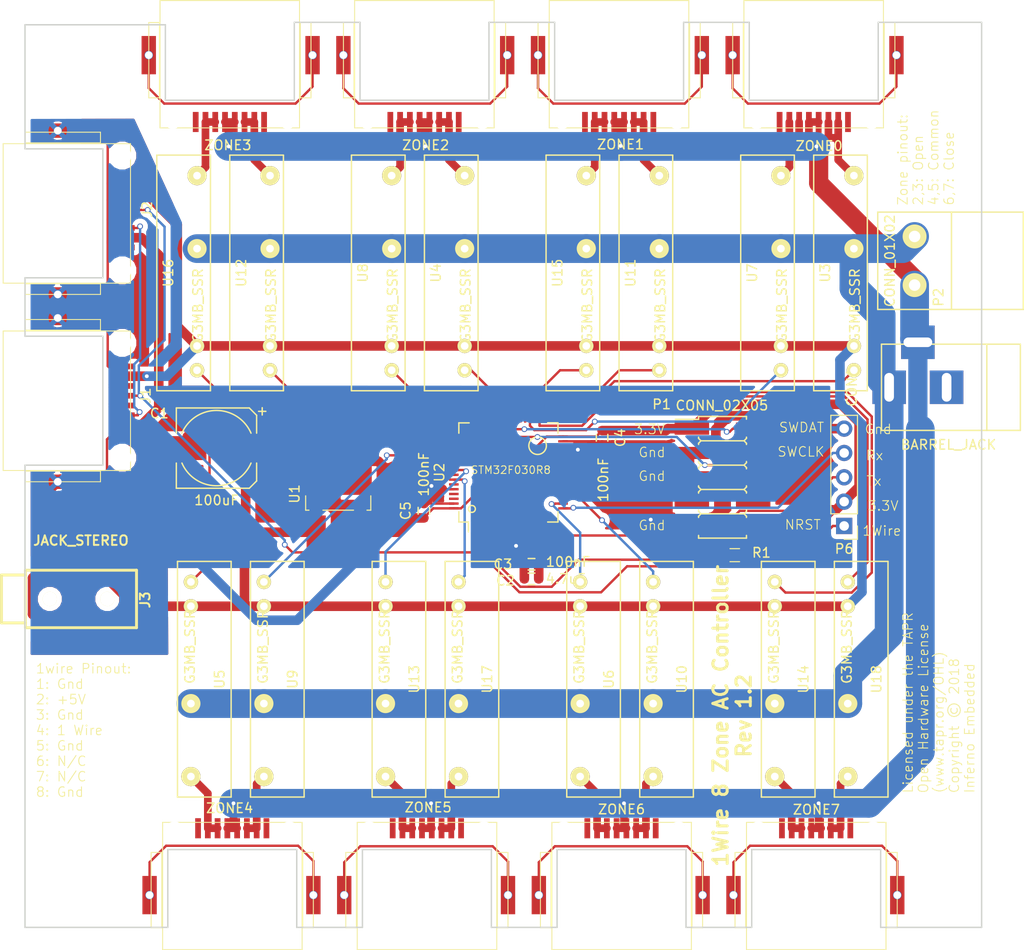
<source format=kicad_pcb>
(kicad_pcb (version 20171130) (host pcbnew "(5.0.1)-3")
  (title_block (title "1Wire 8 Zone AC Controller") (date 2018-12-23) (rev 1.2) (company "Inferno Embedded") (comment 1 "Licensed under the TAPR Open Hardware License (www.tapr.org/OHL)") (comment 2 "Copyright © 2018 Inferno Embedded"))
  (layers (0 F.Cu signal) (31 B.Cu signal) (34 B.Paste user) (35 F.Paste user) (36 B.SilkS user) (37 F.SilkS user) (38 B.Mask user) (39 F.Mask user) (44 Edge.Cuts user))
  (net 0 "")
  (net 1 +5V)
  (net 2 GND)
  (net 3 +3V3)
  (net 4 "Net-(J1-Pad7)")
  (net 5 "Net-(J1-Pad6)")
  (net 6 /1W-DATA)
  (net 7 "Net-(P1-Pad10)")
  (net 8 /MAINS_ENABLE)
  (net 9 /SWCLK)
  (net 10 /SWDAT)
  (net 11 /UART_TX)
  (net 12 /UART_RX)
  (net 13 /24VAC_LIVE)
  (net 14 /24VAC_N)
  (net 15 /ZONE0_OPEN)
  (net 16 "Net-(U3-Pad1)")
  (net 17 /ZONE2_OPEN)
  (net 18 "Net-(U4-Pad1)")
  (net 19 /ZONE4_OPEN)
  (net 20 "Net-(U5-Pad1)")
  (net 21 /ZONE6_OPEN)
  (net 22 "Net-(U6-Pad1)")
  (net 23 /ZONE0_CLOSE)
  (net 24 "Net-(U7-Pad1)")
  (net 25 /ZONE2_CLOSE)
  (net 26 "Net-(U8-Pad1)")
  (net 27 /ZONE4_CLOSE)
  (net 28 "Net-(U9-Pad1)")
  (net 29 /ZONE6_CLOSE)
  (net 30 "Net-(U10-Pad1)")
  (net 31 /ZONE1_OPEN)
  (net 32 "Net-(U11-Pad1)")
  (net 33 /ZONE3_OPEN)
  (net 34 "Net-(U12-Pad1)")
  (net 35 /ZONE5_OPEN)
  (net 36 "Net-(U13-Pad1)")
  (net 37 /ZONE7_OPEN)
  (net 38 "Net-(U14-Pad1)")
  (net 39 /ZONE1_CLOSE)
  (net 40 "Net-(U15-Pad1)")
  (net 41 /ZONE3_CLOSE)
  (net 42 "Net-(U16-Pad1)")
  (net 43 /ZONE5_CLOSE)
  (net 44 "Net-(U17-Pad1)")
  (net 45 /ZONE7_CLOSE)
  (net 46 "Net-(U18-Pad1)")
  (net 47 "Net-(ZONE0-Pad9)")
  (net 48 "Net-(ZONE1-Pad9)")
  (net 49 "Net-(ZONE2-Pad9)")
  (net 50 "Net-(ZONE3-Pad9)")
  (net 51 "Net-(ZONE4-Pad9)")
  (net 52 "Net-(ZONE5-Pad9)")
  (net 53 "Net-(ZONE6-Pad9)")
  (net 54 "Net-(ZONE7-Pad9)")
  (net 55 "Net-(ZONE0-Pad8)")
  (net 56 "Net-(ZONE0-Pad1)")
  (net 57 "Net-(ZONE1-Pad8)")
  (net 58 "Net-(ZONE1-Pad1)")
  (net 59 "Net-(ZONE2-Pad8)")
  (net 60 "Net-(ZONE2-Pad1)")
  (net 61 "Net-(ZONE3-Pad8)")
  (net 62 "Net-(ZONE3-Pad1)")
  (net 63 "Net-(ZONE4-Pad8)")
  (net 64 "Net-(ZONE4-Pad1)")
  (net 65 "Net-(ZONE5-Pad8)")
  (net 66 "Net-(ZONE5-Pad1)")
  (net 67 "Net-(ZONE6-Pad8)")
  (net 68 "Net-(ZONE6-Pad1)")
  (net 69 "Net-(ZONE7-Pad8)")
  (net 70 "Net-(ZONE7-Pad1)")
  (net 71 "Net-(P1-Pad7)")
  (net 72 "Net-(P1-Pad8)")
  (net 73 "Net-(P1-Pad6)")
  (net 74 "Net-(U2-Pad2)")
  (net 75 "Net-(U2-Pad3)")
  (net 76 "Net-(U2-Pad4)")
  (net 77 "Net-(U2-Pad6)")
  (net 78 "Net-(U2-Pad8)")
  (net 79 "Net-(U2-Pad9)")
  (net 80 "Net-(U2-Pad10)")
  (net 81 "Net-(U2-Pad11)")
  (net 82 "Net-(U2-Pad14)")
  (net 83 "Net-(U2-Pad15)")
  (net 84 "Net-(U2-Pad20)")
  (net 85 "Net-(U2-Pad21)")
  (net 86 "Net-(U2-Pad22)")
  (net 87 "Net-(U2-Pad23)")
  (net 88 "Net-(U2-Pad24)")
  (net 89 "Net-(U2-Pad25)")
  (net 90 "Net-(U2-Pad26)")
  (net 91 "Net-(U2-Pad27)")
  (net 92 "Net-(U2-Pad28)")
  (net 93 "Net-(U2-Pad29)")
  (net 94 "Net-(U2-Pad30)")
  (net 95 "Net-(U2-Pad39)")
  (net 96 "Net-(U2-Pad41)")
  (net 97 "Net-(U2-Pad43)")
  (net 98 "Net-(U2-Pad45)")
  (net 99 "Net-(U2-Pad47)")
  (net 100 "Net-(U2-Pad50)")
  (net 101 "Net-(U2-Pad52)")
  (net 102 "Net-(U2-Pad55)")
  (net 103 "Net-(U2-Pad57)")
  (net 104 "Net-(U2-Pad59)")
  (net 105 "Net-(U2-Pad61)")
  (net 106 "Net-(U2-Pad62)")
  (net 107 "Net-(CON1-Pad2)")
  (module w_conn_av:jack_3.5_pj313d-smt (layer F.Cu) (at 115.392 112.268 270)
    (fp_text reference J3 (at 0.1 -6.7 270) (layer F.SilkS) (effects (font (size 0.99822 0.99822) (thickness 0.19812))))
    (fp_text value JACK_STEREO (at -6.096 0) (layer F.SilkS) (effects (font (size 0.99822 0.99822) (thickness 0.19812))))
    (pad "" np_thru_hole circle (at 0 3.25 270) (size 1.5 1.5) (drill 1.5) (layers *.Cu *.Mask F.SilkS))
    (pad "" np_thru_hole circle (at 0 -2.75 270) (size 1.5 1.5) (drill 1.5) (layers *.Cu *.Mask F.SilkS))
    (pad 3 smd rect (at -3.3 3.95 270) (size 1.5 1.5) (layers F.Cu F.Paste F.Mask) (net 2 GND))
    (pad 1 smd rect (at -3.3 -2.75 270) (size 1.5 1.5) (layers F.Cu F.Paste F.Mask) (net 1 +5V))
    (pad 2 smd rect (at -3.3 0.75 270) (size 1.5 1.5) (layers F.Cu F.Paste F.Mask) (net 8 /MAINS_ENABLE))
    (pad 3 smd rect (at 3.3 3.95 270) (size 1.5 1.5) (layers F.Cu F.Paste F.Mask) (net 2 GND))
    (pad 2 smd rect (at 3.3 0.75 270) (size 1.5 1.5) (layers F.Cu F.Paste F.Mask) (net 8 /MAINS_ENABLE))
    (pad 1 smd rect (at 3.3 -2.75 270) (size 1.5 1.5) (layers F.Cu F.Paste F.Mask) (net 1 +5V))
  )
  (module RJ45:RJ45-ChinaSMD (layer F.Cu) (at 199.517 135.687 180)
    (fp_text reference ZONE7 (at 7.3406 1.4226 180) (layer F.SilkS))
    (fp_text value RJ45)
    (pad 9 smd rect (at 16 -7.5 180) (size 1.5 4) (layers F.Cu F.Paste F.Mask) (net 54 "Net-(ZONE7-Pad9)"))
    (pad 9 thru_hole circle (at 16 -7.5 180) (size 0.9 0.9) (drill 0.8) (layers *.Cu *.Mask) (net 54 "Net-(ZONE7-Pad9)"))
    (pad "" np_thru_hole circle (at 13.4 -0.76 180) (size 1.9 1.9) (drill 1.9) (layers *.Cu *.Mask))
    (pad "" np_thru_hole circle (at 1.41 -0.76 180) (size 1.9 1.9) (drill 1.9) (layers *.Cu *.Mask))
    (pad 8 smd rect (at 3.8 -0.52 180) (size 0.6 2.1) (layers F.Cu F.Paste F.Mask) (net 69 "Net-(ZONE7-Pad8)"))
    (pad 7 smd rect (at 4.82 -0.52 180) (size 0.6 2.1) (layers F.Cu F.Paste F.Mask) (net 46 "Net-(U18-Pad1)"))
    (pad 6 smd rect (at 5.84 -0.52 180) (size 0.6 2.1) (layers F.Cu F.Paste F.Mask) (net 46 "Net-(U18-Pad1)"))
    (pad 5 smd rect (at 6.86 -0.52 180) (size 0.6 2.1) (layers F.Cu F.Paste F.Mask) (net 14 /24VAC_N))
    (pad 4 smd rect (at 7.88 -0.52 180) (size 0.6 2.1) (layers F.Cu F.Paste F.Mask) (net 14 /24VAC_N))
    (pad 3 smd rect (at 8.9 -0.52 180) (size 0.6 2.1) (layers F.Cu F.Paste F.Mask) (net 38 "Net-(U14-Pad1)"))
    (pad 2 smd rect (at 9.92 -0.52 180) (size 0.6 2.1) (layers F.Cu F.Paste F.Mask) (net 38 "Net-(U14-Pad1)"))
    (pad 1 smd rect (at 10.94 -0.52 180) (size 0.6 2.1) (layers F.Cu F.Paste F.Mask) (net 70 "Net-(ZONE7-Pad1)"))
    (pad 9 thru_hole circle (at -1.1 -7.5 180) (size 0.9 0.9) (drill 0.8) (layers *.Cu *.Mask) (net 54 "Net-(ZONE7-Pad9)"))
    (pad 9 smd rect (at -1.1 -7.5 180) (size 1.5 4) (layers F.Cu F.Paste F.Mask) (net 54 "Net-(ZONE7-Pad9)"))
  )
  (module RJ45:RJ45-ChinaSMD (layer F.Cu) (at 179.197 135.687 180)
    (fp_text reference ZONE6 (at 7.366 1.448 180) (layer F.SilkS))
    (fp_text value RJ45)
    (pad 9 smd rect (at 16 -7.5 180) (size 1.5 4) (layers F.Cu F.Paste F.Mask) (net 53 "Net-(ZONE6-Pad9)"))
    (pad 9 thru_hole circle (at 16 -7.5 180) (size 0.9 0.9) (drill 0.8) (layers *.Cu *.Mask) (net 53 "Net-(ZONE6-Pad9)"))
    (pad "" np_thru_hole circle (at 13.4 -0.76 180) (size 1.9 1.9) (drill 1.9) (layers *.Cu *.Mask))
    (pad "" np_thru_hole circle (at 1.41 -0.76 180) (size 1.9 1.9) (drill 1.9) (layers *.Cu *.Mask))
    (pad 8 smd rect (at 3.8 -0.52 180) (size 0.6 2.1) (layers F.Cu F.Paste F.Mask) (net 67 "Net-(ZONE6-Pad8)"))
    (pad 7 smd rect (at 4.82 -0.52 180) (size 0.6 2.1) (layers F.Cu F.Paste F.Mask) (net 30 "Net-(U10-Pad1)"))
    (pad 6 smd rect (at 5.84 -0.52 180) (size 0.6 2.1) (layers F.Cu F.Paste F.Mask) (net 30 "Net-(U10-Pad1)"))
    (pad 5 smd rect (at 6.86 -0.52 180) (size 0.6 2.1) (layers F.Cu F.Paste F.Mask) (net 14 /24VAC_N))
    (pad 4 smd rect (at 7.88 -0.52 180) (size 0.6 2.1) (layers F.Cu F.Paste F.Mask) (net 14 /24VAC_N))
    (pad 3 smd rect (at 8.9 -0.52 180) (size 0.6 2.1) (layers F.Cu F.Paste F.Mask) (net 22 "Net-(U6-Pad1)"))
    (pad 2 smd rect (at 9.92 -0.52 180) (size 0.6 2.1) (layers F.Cu F.Paste F.Mask) (net 22 "Net-(U6-Pad1)"))
    (pad 1 smd rect (at 10.94 -0.52 180) (size 0.6 2.1) (layers F.Cu F.Paste F.Mask) (net 68 "Net-(ZONE6-Pad1)"))
    (pad 9 thru_hole circle (at -1.1 -7.5 180) (size 0.9 0.9) (drill 0.8) (layers *.Cu *.Mask) (net 53 "Net-(ZONE6-Pad9)"))
    (pad 9 smd rect (at -1.1 -7.5 180) (size 1.5 4) (layers F.Cu F.Paste F.Mask) (net 53 "Net-(ZONE6-Pad9)"))
  )
  (module Housings_QFP:LQFP-64_10x10mm_Pitch0.5mm (layer F.Cu) (at 160.02 99.06 90)
    (fp_text reference U2 (at 0 -7.2 90) (layer F.SilkS))
    (fp_text value STM32F030R8 (at 0.254 0.254 180) (layer F.SilkS) (effects (font (size 0.8 0.8) (thickness 0.1))))
    (pad 1 smd rect (at -5.7 -3.75 90) (size 1 0.25) (layers F.Cu F.Paste F.Mask) (net 3 +3V3))
    (pad 2 smd rect (at -5.7 -3.25 90) (size 1 0.25) (layers F.Cu F.Paste F.Mask) (net 74 "Net-(U2-Pad2)"))
    (pad 3 smd rect (at -5.7 -2.75 90) (size 1 0.25) (layers F.Cu F.Paste F.Mask) (net 75 "Net-(U2-Pad3)"))
    (pad 4 smd rect (at -5.7 -2.25 90) (size 1 0.25) (layers F.Cu F.Paste F.Mask) (net 76 "Net-(U2-Pad4)"))
    (pad 5 smd rect (at -5.7 -1.75 90) (size 1 0.25) (layers F.Cu F.Paste F.Mask) (net 6 /1W-DATA))
    (pad 6 smd rect (at -5.7 -1.25 90) (size 1 0.25) (layers F.Cu F.Paste F.Mask) (net 77 "Net-(U2-Pad6)"))
    (pad 7 smd rect (at -5.7 -0.75 90) (size 1 0.25) (layers F.Cu F.Paste F.Mask) (net 7 "Net-(P1-Pad10)"))
    (pad 8 smd rect (at -5.7 -0.25 90) (size 1 0.25) (layers F.Cu F.Paste F.Mask) (net 78 "Net-(U2-Pad8)"))
    (pad 9 smd rect (at -5.7 0.25 90) (size 1 0.25) (layers F.Cu F.Paste F.Mask) (net 79 "Net-(U2-Pad9)"))
    (pad 10 smd rect (at -5.7 0.75 90) (size 1 0.25) (layers F.Cu F.Paste F.Mask) (net 80 "Net-(U2-Pad10)"))
    (pad 11 smd rect (at -5.7 1.25 90) (size 1 0.25) (layers F.Cu F.Paste F.Mask) (net 81 "Net-(U2-Pad11)"))
    (pad 12 smd rect (at -5.7 1.75 90) (size 1 0.25) (layers F.Cu F.Paste F.Mask) (net 2 GND))
    (pad 13 smd rect (at -5.7 2.25 90) (size 1 0.25) (layers F.Cu F.Paste F.Mask) (net 3 +3V3))
    (pad 14 smd rect (at -5.7 2.75 90) (size 1 0.25) (layers F.Cu F.Paste F.Mask) (net 82 "Net-(U2-Pad14)"))
    (pad 15 smd rect (at -5.7 3.25 90) (size 1 0.25) (layers F.Cu F.Paste F.Mask) (net 83 "Net-(U2-Pad15)"))
    (pad 16 smd rect (at -5.7 3.75 90) (size 1 0.25) (layers F.Cu F.Paste F.Mask) (net 11 /UART_TX))
    (pad 17 smd rect (at -3.75 5.7 180) (size 1 0.25) (layers F.Cu F.Paste F.Mask) (net 12 /UART_RX))
    (pad 18 smd rect (at -3.25 5.7 180) (size 1 0.25) (layers F.Cu F.Paste F.Mask) (net 21 /ZONE6_OPEN))
    (pad 19 smd rect (at -2.75 5.7 180) (size 1 0.25) (layers F.Cu F.Paste F.Mask) (net 29 /ZONE6_CLOSE))
    (pad 20 smd rect (at -2.25 5.7 180) (size 1 0.25) (layers F.Cu F.Paste F.Mask) (net 84 "Net-(U2-Pad20)"))
    (pad 21 smd rect (at -1.75 5.7 180) (size 1 0.25) (layers F.Cu F.Paste F.Mask) (net 85 "Net-(U2-Pad21)"))
    (pad 22 smd rect (at -1.25 5.7 180) (size 1 0.25) (layers F.Cu F.Paste F.Mask) (net 86 "Net-(U2-Pad22)"))
    (pad 23 smd rect (at -0.75 5.7 180) (size 1 0.25) (layers F.Cu F.Paste F.Mask) (net 87 "Net-(U2-Pad23)"))
    (pad 24 smd rect (at -0.25 5.7 180) (size 1 0.25) (layers F.Cu F.Paste F.Mask) (net 88 "Net-(U2-Pad24)"))
    (pad 25 smd rect (at 0.25 5.7 180) (size 1 0.25) (layers F.Cu F.Paste F.Mask) (net 89 "Net-(U2-Pad25)"))
    (pad 26 smd rect (at 0.75 5.7 180) (size 1 0.25) (layers F.Cu F.Paste F.Mask) (net 90 "Net-(U2-Pad26)"))
    (pad 27 smd rect (at 1.25 5.7 180) (size 1 0.25) (layers F.Cu F.Paste F.Mask) (net 91 "Net-(U2-Pad27)"))
    (pad 28 smd rect (at 1.75 5.7 180) (size 1 0.25) (layers F.Cu F.Paste F.Mask) (net 92 "Net-(U2-Pad28)"))
    (pad 29 smd rect (at 2.25 5.7 180) (size 1 0.25) (layers F.Cu F.Paste F.Mask) (net 93 "Net-(U2-Pad29)"))
    (pad 30 smd rect (at 2.75 5.7 180) (size 1 0.25) (layers F.Cu F.Paste F.Mask) (net 94 "Net-(U2-Pad30)"))
    (pad 31 smd rect (at 3.25 5.7 180) (size 1 0.25) (layers F.Cu F.Paste F.Mask) (net 2 GND))
    (pad 32 smd rect (at 3.75 5.7 180) (size 1 0.25) (layers F.Cu F.Paste F.Mask) (net 3 +3V3))
    (pad 33 smd rect (at 5.7 3.75 90) (size 1 0.25) (layers F.Cu F.Paste F.Mask) (net 37 /ZONE7_OPEN))
    (pad 34 smd rect (at 5.7 3.25 90) (size 1 0.25) (layers F.Cu F.Paste F.Mask) (net 45 /ZONE7_CLOSE))
    (pad 35 smd rect (at 5.7 2.75 90) (size 1 0.25) (layers F.Cu F.Paste F.Mask) (net 15 /ZONE0_OPEN))
    (pad 36 smd rect (at 5.7 2.25 90) (size 1 0.25) (layers F.Cu F.Paste F.Mask) (net 23 /ZONE0_CLOSE))
    (pad 37 smd rect (at 5.7 1.75 90) (size 1 0.25) (layers F.Cu F.Paste F.Mask) (net 31 /ZONE1_OPEN))
    (pad 38 smd rect (at 5.7 1.25 90) (size 1 0.25) (layers F.Cu F.Paste F.Mask) (net 39 /ZONE1_CLOSE))
    (pad 39 smd rect (at 5.7 0.75 90) (size 1 0.25) (layers F.Cu F.Paste F.Mask) (net 95 "Net-(U2-Pad39)"))
    (pad 40 smd rect (at 5.7 0.25 90) (size 1 0.25) (layers F.Cu F.Paste F.Mask) (net 17 /ZONE2_OPEN))
    (pad 41 smd rect (at 5.7 -0.25 90) (size 1 0.25) (layers F.Cu F.Paste F.Mask) (net 96 "Net-(U2-Pad41)"))
    (pad 42 smd rect (at 5.7 -0.75 90) (size 1 0.25) (layers F.Cu F.Paste F.Mask) (net 25 /ZONE2_CLOSE))
    (pad 43 smd rect (at 5.7 -1.25 90) (size 1 0.25) (layers F.Cu F.Paste F.Mask) (net 97 "Net-(U2-Pad43)"))
    (pad 44 smd rect (at 5.7 -1.75 90) (size 1 0.25) (layers F.Cu F.Paste F.Mask) (net 33 /ZONE3_OPEN))
    (pad 45 smd rect (at 5.7 -2.25 90) (size 1 0.25) (layers F.Cu F.Paste F.Mask) (net 98 "Net-(U2-Pad45)"))
    (pad 46 smd rect (at 5.7 -2.75 90) (size 1 0.25) (layers F.Cu F.Paste F.Mask) (net 10 /SWDAT))
    (pad 47 smd rect (at 5.7 -3.25 90) (size 1 0.25) (layers F.Cu F.Paste F.Mask) (net 99 "Net-(U2-Pad47)"))
    (pad 48 smd rect (at 5.7 -3.75 90) (size 1 0.25) (layers F.Cu F.Paste F.Mask) (net 41 /ZONE3_CLOSE))
    (pad 49 smd rect (at 3.75 -5.7 180) (size 1 0.25) (layers F.Cu F.Paste F.Mask) (net 9 /SWCLK))
    (pad 50 smd rect (at 3.25 -5.7 180) (size 1 0.25) (layers F.Cu F.Paste F.Mask) (net 100 "Net-(U2-Pad50)"))
    (pad 51 smd rect (at 2.75 -5.7 180) (size 1 0.25) (layers F.Cu F.Paste F.Mask) (net 19 /ZONE4_OPEN))
    (pad 52 smd rect (at 2.25 -5.7 180) (size 1 0.25) (layers F.Cu F.Paste F.Mask) (net 101 "Net-(U2-Pad52)"))
    (pad 53 smd rect (at 1.75 -5.7 180) (size 1 0.25) (layers F.Cu F.Paste F.Mask) (net 27 /ZONE4_CLOSE))
    (pad 54 smd rect (at 1.25 -5.7 180) (size 1 0.25) (layers F.Cu F.Paste F.Mask))
    (pad 55 smd rect (at 0.75 -5.7 180) (size 1 0.25) (layers F.Cu F.Paste F.Mask) (net 102 "Net-(U2-Pad55)"))
    (pad 56 smd rect (at 0.25 -5.7 180) (size 1 0.25) (layers F.Cu F.Paste F.Mask) (net 35 /ZONE5_OPEN))
    (pad 57 smd rect (at -0.25 -5.7 180) (size 1 0.25) (layers F.Cu F.Paste F.Mask) (net 103 "Net-(U2-Pad57)"))
    (pad 58 smd rect (at -0.75 -5.7 180) (size 1 0.25) (layers F.Cu F.Paste F.Mask) (net 43 /ZONE5_CLOSE))
    (pad 59 smd rect (at -1.25 -5.7 180) (size 1 0.25) (layers F.Cu F.Paste F.Mask) (net 104 "Net-(U2-Pad59)"))
    (pad 60 smd rect (at -1.75 -5.7 180) (size 1 0.25) (layers F.Cu F.Paste F.Mask) (net 2 GND))
    (pad 61 smd rect (at -2.25 -5.7 180) (size 1 0.25) (layers F.Cu F.Paste F.Mask) (net 105 "Net-(U2-Pad61)"))
    (pad 62 smd rect (at -2.75 -5.7 180) (size 1 0.25) (layers F.Cu F.Paste F.Mask) (net 106 "Net-(U2-Pad62)"))
    (pad 63 smd rect (at -3.25 -5.7 180) (size 1 0.25) (layers F.Cu F.Paste F.Mask) (net 2 GND))
    (pad 64 smd rect (at -3.75 -5.7 180) (size 1 0.25) (layers F.Cu F.Paste F.Mask) (net 3 +3V3))
  )
  (module Pin_Headers:Pin_Header_Straight_SMT_02x05 (layer F.Cu) (at 182.372 99.568 270)
    (fp_text reference P1 (at -7.62 6.35) (layer F.SilkS))
    (fp_text value CONN_02X05 (at -7.493 0.0635) (layer F.SilkS))
    (pad 1 smd rect (at -5.08 3.2 270) (size 1.27 3.6) (layers F.Cu F.Paste F.Mask) (net 3 +3V3))
    (pad 3 smd rect (at -2.54 3.2 270) (size 1.27 3.6) (layers F.Cu F.Paste F.Mask) (net 2 GND))
    (pad 5 smd rect (at 0 3.2 270) (size 1.27 3.6) (layers F.Cu F.Paste F.Mask) (net 2 GND))
    (pad 7 smd rect (at 2.54 3.2 270) (size 1.27 3.6) (layers F.Cu F.Paste F.Mask) (net 71 "Net-(P1-Pad7)"))
    (pad 8 smd rect (at 2.54 -3.2 270) (size 1.27 3.6) (layers F.Cu F.Paste F.Mask) (net 72 "Net-(P1-Pad8)"))
    (pad 6 smd rect (at 0 -3.2 270) (size 1.27 3.6) (layers F.Cu F.Paste F.Mask) (net 73 "Net-(P1-Pad6)"))
    (pad 4 smd rect (at -2.54 -3.2 270) (size 1.27 3.6) (layers F.Cu F.Paste F.Mask) (net 9 /SWCLK))
    (pad 2 smd rect (at -5.08 -3.2 270) (size 1.27 3.6) (layers F.Cu F.Paste F.Mask) (net 10 /SWDAT))
    (pad 9 smd rect (at 5.08 3.2 270) (size 1.27 3.6) (layers F.Cu F.Paste F.Mask) (net 2 GND))
    (pad 10 smd rect (at 5.08 -3.2 270) (size 1.27 3.6) (layers F.Cu F.Paste F.Mask) (net 7 "Net-(P1-Pad10)"))
  )
  (module RJ45:RJ45-ChinaSMD (layer F.Cu) (at 120.472 79.375 90)
    (fp_text reference J2 (at 7.7724 1.829 90) (layer F.SilkS))
    (fp_text value RJ45)
    (pad 9 smd rect (at 16 -7.5 90) (size 1.5 4) (layers F.Cu F.Paste F.Mask) (net 2 GND))
    (pad 9 thru_hole circle (at 16 -7.5 90) (size 0.9 0.9) (drill 0.8) (layers *.Cu *.Mask) (net 2 GND))
    (pad "" np_thru_hole circle (at 13.4 -0.76 90) (size 1.9 1.9) (drill 1.9) (layers *.Cu *.Mask))
    (pad "" np_thru_hole circle (at 1.41 -0.76 90) (size 1.9 1.9) (drill 1.9) (layers *.Cu *.Mask))
    (pad 8 smd rect (at 3.8 -0.52 90) (size 0.6 2.1) (layers F.Cu F.Paste F.Mask) (net 2 GND))
    (pad 7 smd rect (at 4.82 -0.52 90) (size 0.6 2.1) (layers F.Cu F.Paste F.Mask) (net 4 "Net-(J1-Pad7)"))
    (pad 6 smd rect (at 5.84 -0.52 90) (size 0.6 2.1) (layers F.Cu F.Paste F.Mask) (net 5 "Net-(J1-Pad6)"))
    (pad 5 smd rect (at 6.86 -0.52 90) (size 0.6 2.1) (layers F.Cu F.Paste F.Mask) (net 2 GND))
    (pad 4 smd rect (at 7.88 -0.52 90) (size 0.6 2.1) (layers F.Cu F.Paste F.Mask) (net 6 /1W-DATA))
    (pad 3 smd rect (at 8.9 -0.52 90) (size 0.6 2.1) (layers F.Cu F.Paste F.Mask) (net 2 GND))
    (pad 2 smd rect (at 9.92 -0.52 90) (size 0.6 2.1) (layers F.Cu F.Paste F.Mask) (net 1 +5V))
    (pad 1 smd rect (at 10.94 -0.52 90) (size 0.6 2.1) (layers F.Cu F.Paste F.Mask) (net 2 GND))
    (pad 9 thru_hole circle (at -1.1 -7.5 90) (size 0.9 0.9) (drill 0.8) (layers *.Cu *.Mask) (net 2 GND))
    (pad 9 smd rect (at -1.1 -7.5 90) (size 1.5 4) (layers F.Cu F.Paste F.Mask) (net 2 GND))
  )
  (module Connect:BARREL_JACK (layer F.Cu) (at 205.969 90.17 180)
    (fp_text reference CON1 (at 10.09904 0 270) (layer F.SilkS))
    (fp_text value BARREL_JACK (at 0 -5.99948 180) (layer F.SilkS))
    (pad 1 thru_hole rect (at 6.20014 0 180) (size 3.50012 3.50012) (drill oval 1.00076 2.99974) (layers *.Cu *.Mask) (net 13 /24VAC_LIVE))
    (pad 2 thru_hole rect (at 0.20066 0 180) (size 3.50012 3.50012) (drill oval 1.00076 2.99974) (layers *.Cu *.Mask) (net 107 "Net-(CON1-Pad2)"))
    (pad 3 thru_hole rect (at 3.2004 4.699 180) (size 3.50012 3.50012) (drill oval 2.99974 1.00076) (layers *.Cu *.Mask) (net 14 /24VAC_N))
  )
  (module Capacitors_SMD:c_elec_8x6.7 (layer F.Cu) (at 129.54 96.52 180)
    (fp_text reference C1 (at 5.969 3.6195 180) (layer F.SilkS))
    (fp_text value 100uF (at 0 -5.4483 180) (layer F.SilkS))
    (fp_text user + (at -4.7752 3.9116 180) (layer F.SilkS))
    (pad 1 smd rect (at -3.05 0) (size 4 2.5) (layers F.Cu F.Paste F.Mask) (net 1 +5V))
    (pad 2 smd rect (at 3.05 0) (size 4 2.5) (layers F.Cu F.Paste F.Mask) (net 2 GND))
  )
  (module Capacitors_SMD:C_0603 (layer F.Cu) (at 162.433 110.172 180)
    (fp_text reference C2 (at 2.7305 -0.1905 180) (layer F.SilkS))
    (fp_text value 4.7uF (at -3.556 0 180) (layer F.SilkS))
    (pad 1 smd rect (at -0.75 0 180) (size 0.8 0.75) (layers F.Cu F.Paste F.Mask) (net 3 +3V3))
    (pad 2 smd rect (at 0.75 0 180) (size 0.8 0.75) (layers F.Cu F.Paste F.Mask) (net 2 GND))
  )
  (module Capacitors_SMD:C_0603 (layer F.Cu) (at 162.433 108.648 180)
    (fp_text reference C3 (at 2.9845 0 180) (layer F.SilkS))
    (fp_text value 100nF (at -3.81 0.254 180) (layer F.SilkS))
    (pad 1 smd rect (at -0.75 0 180) (size 0.8 0.75) (layers F.Cu F.Paste F.Mask) (net 3 +3V3))
    (pad 2 smd rect (at 0.75 0 180) (size 0.8 0.75) (layers F.Cu F.Paste F.Mask) (net 2 GND))
  )
  (module Capacitors_SMD:C_0603 (layer F.Cu) (at 169.799 95.44 270)
    (fp_text reference C4 (at 0 -1.9 270) (layer F.SilkS))
    (fp_text value 100nF (at 4.382 -0.127 270) (layer F.SilkS))
    (pad 1 smd rect (at -0.75 0 270) (size 0.8 0.75) (layers F.Cu F.Paste F.Mask) (net 3 +3V3))
    (pad 2 smd rect (at 0.75 0 270) (size 0.8 0.75) (layers F.Cu F.Paste F.Mask) (net 2 GND))
  )
  (module Capacitors_SMD:C_0603 (layer F.Cu) (at 151.194 103.06 90)
    (fp_text reference C5 (at 0 -1.9 90) (layer F.SilkS))
    (fp_text value 100nF (at 3.81 0 90) (layer F.SilkS))
    (pad 1 smd rect (at -0.75 0 90) (size 0.8 0.75) (layers F.Cu F.Paste F.Mask) (net 3 +3V3))
    (pad 2 smd rect (at 0.75 0 90) (size 0.8 0.75) (layers F.Cu F.Paste F.Mask) (net 2 GND))
  )
  (module RJ45:RJ45-ChinaSMD (layer F.Cu) (at 120.472 98.933 90)
    (fp_text reference J1 (at 7.874 1.6766 90) (layer F.SilkS))
    (fp_text value RJ45)
    (pad 9 smd rect (at 16 -7.5 90) (size 1.5 4) (layers F.Cu F.Paste F.Mask) (net 2 GND))
    (pad 9 thru_hole circle (at 16 -7.5 90) (size 0.9 0.9) (drill 0.8) (layers *.Cu *.Mask) (net 2 GND))
    (pad "" np_thru_hole circle (at 13.4 -0.76 90) (size 1.9 1.9) (drill 1.9) (layers *.Cu *.Mask))
    (pad "" np_thru_hole circle (at 1.41 -0.76 90) (size 1.9 1.9) (drill 1.9) (layers *.Cu *.Mask))
    (pad 8 smd rect (at 3.8 -0.52 90) (size 0.6 2.1) (layers F.Cu F.Paste F.Mask) (net 2 GND))
    (pad 7 smd rect (at 4.82 -0.52 90) (size 0.6 2.1) (layers F.Cu F.Paste F.Mask) (net 4 "Net-(J1-Pad7)"))
    (pad 6 smd rect (at 5.84 -0.52 90) (size 0.6 2.1) (layers F.Cu F.Paste F.Mask) (net 5 "Net-(J1-Pad6)"))
    (pad 5 smd rect (at 6.86 -0.52 90) (size 0.6 2.1) (layers F.Cu F.Paste F.Mask) (net 2 GND))
    (pad 4 smd rect (at 7.88 -0.52 90) (size 0.6 2.1) (layers F.Cu F.Paste F.Mask) (net 6 /1W-DATA))
    (pad 3 smd rect (at 8.9 -0.52 90) (size 0.6 2.1) (layers F.Cu F.Paste F.Mask) (net 2 GND))
    (pad 2 smd rect (at 9.92 -0.52 90) (size 0.6 2.1) (layers F.Cu F.Paste F.Mask) (net 1 +5V))
    (pad 1 smd rect (at 10.94 -0.52 90) (size 0.6 2.1) (layers F.Cu F.Paste F.Mask) (net 2 GND))
    (pad 9 thru_hole circle (at -1.1 -7.5 90) (size 0.9 0.9) (drill 0.8) (layers *.Cu *.Mask) (net 2 GND))
    (pad 9 smd rect (at -1.1 -7.5 90) (size 1.5 4) (layers F.Cu F.Paste F.Mask) (net 2 GND))
  )
  (module Pin_Headers:Pin_Header_Straight_1x05_Pitch2.54mm (layer F.Cu) (at 195.072 104.648 180)
    (fp_text reference P6 (at 0 -2.39 180) (layer F.SilkS))
    (fp_text value CONN_01X05)
    (pad 1 thru_hole rect (at 0 0 180) (size 1.7 1.7) (drill 1) (layers *.Cu *.Mask) (net 6 /1W-DATA))
    (pad 2 thru_hole oval (at 0 2.54 180) (size 1.7 1.7) (drill 1) (layers *.Cu *.Mask) (net 3 +3V3))
    (pad 3 thru_hole oval (at 0 5.08 180) (size 1.7 1.7) (drill 1) (layers *.Cu *.Mask) (net 11 /UART_TX))
    (pad 4 thru_hole oval (at 0 7.62 180) (size 1.7 1.7) (drill 1) (layers *.Cu *.Mask) (net 12 /UART_RX))
    (pad 5 thru_hole oval (at 0 10.16 180) (size 1.7 1.7) (drill 1) (layers *.Cu *.Mask) (net 2 GND))
  )
  (module Resistors_SMD:R_0603 (layer F.Cu) (at 183.654 107.696 180)
    (fp_text reference R1 (at -2.782 0.254 180) (layer F.SilkS))
    (fp_text value 33R)
    (pad 1 smd rect (at -0.75 0 180) (size 0.5 0.9) (layers F.Cu F.Paste F.Mask) (net 3 +3V3))
    (pad 2 smd rect (at 0.75 0 180) (size 0.5 0.9) (layers F.Cu F.Paste F.Mask) (net 7 "Net-(P1-Pad10)"))
  )
  (module TO_SOT_Packages_SMD:TO-252-2Lead (layer F.Cu) (at 142.24 101.6 90)
    (fp_text reference U1 (at 0.3 -4.54 90) (layer F.SilkS))
    (fp_text value LP2950)
    (pad 1 smd rect (at -3.7 -2.29) (size 2 3.5) (layers F.Cu F.Paste F.Mask) (net 1 +5V))
    (pad 3 smd rect (at -3.7 2.29) (size 2 3.5) (layers F.Cu F.Paste F.Mask) (net 3 +3V3))
    (pad 2 smd rect (at 3.7 0.01) (size 7 7) (layers F.Cu F.Paste F.Mask) (net 2 GND))
  )
  (module 2EDCK-Screw-Connectors:2EDCK-5.08-2PIN (layer F.Cu) (at 198.577 71.882 270)
    (fp_text reference P2 (at 8.89 -6.35 270) (layer F.SilkS))
    (fp_text value CONN_01X02 (at 5.08 -1.27 270) (layer F.SilkS))
    (pad 1 thru_hole circle (at 2.54 -3.85 270) (size 2.5 2.5) (drill 1.2) (layers *.Cu *.Mask F.SilkS) (net 13 /24VAC_LIVE))
    (pad 2 thru_hole circle (at 7.62 -3.85 270) (size 2.5 2.5) (drill 1.2) (layers *.Cu *.Mask F.SilkS) (net 14 /24VAC_N))
  )
  (module SSR-OmronG3MB:G3MB (layer F.Cu) (at 194.691 78.232 90)
    (fp_text reference U3 (at 0 -1.6 90) (layer F.SilkS))
    (fp_text value G3MB_SSR (at -3.4 1.5 90) (layer F.SilkS))
    (pad 4 thru_hole circle (at -10.16 1.4 90) (size 1.5 1.5) (drill 0.8) (layers *.Cu *.Mask F.SilkS) (net 15 /ZONE0_OPEN))
    (pad 3 thru_hole circle (at -7.62 1.4 90) (size 1.5 1.5) (drill 0.8) (layers *.Cu *.Mask F.SilkS) (net 1 +5V))
    (pad 2 thru_hole circle (at 2.54 1.4 90) (size 2 2) (drill 0.8) (layers *.Cu *.Mask F.SilkS) (net 13 /24VAC_LIVE))
    (pad 1 thru_hole circle (at 10.16 1.4 90) (size 2 2) (drill 0.8) (layers *.Cu *.Mask F.SilkS) (net 16 "Net-(U3-Pad1)"))
  )
  (module SSR-OmronG3MB:G3MB (layer F.Cu) (at 154.051 78.232 90)
    (fp_text reference U4 (at 0 -1.6 90) (layer F.SilkS))
    (fp_text value G3MB_SSR (at -3.4 1.5 90) (layer F.SilkS))
    (pad 4 thru_hole circle (at -10.16 1.4 90) (size 1.5 1.5) (drill 0.8) (layers *.Cu *.Mask F.SilkS) (net 17 /ZONE2_OPEN))
    (pad 3 thru_hole circle (at -7.62 1.4 90) (size 1.5 1.5) (drill 0.8) (layers *.Cu *.Mask F.SilkS) (net 1 +5V))
    (pad 2 thru_hole circle (at 2.54 1.4 90) (size 2 2) (drill 0.8) (layers *.Cu *.Mask F.SilkS) (net 13 /24VAC_LIVE))
    (pad 1 thru_hole circle (at 10.16 1.4 90) (size 2 2) (drill 0.8) (layers *.Cu *.Mask F.SilkS) (net 18 "Net-(U4-Pad1)"))
  )
  (module SSR-OmronG3MB:G3MB (layer F.Cu) (at 128.27 120.65 270)
    (fp_text reference U5 (at 0 -1.6 270) (layer F.SilkS))
    (fp_text value G3MB_SSR (at -3.4 1.5 270) (layer F.SilkS))
    (pad 4 thru_hole circle (at -10.16 1.4 270) (size 1.5 1.5) (drill 0.8) (layers *.Cu *.Mask F.SilkS) (net 19 /ZONE4_OPEN))
    (pad 3 thru_hole circle (at -7.62 1.4 270) (size 1.5 1.5) (drill 0.8) (layers *.Cu *.Mask F.SilkS) (net 1 +5V))
    (pad 2 thru_hole circle (at 2.54 1.4 270) (size 2 2) (drill 0.8) (layers *.Cu *.Mask F.SilkS) (net 13 /24VAC_LIVE))
    (pad 1 thru_hole circle (at 10.16 1.4 270) (size 2 2) (drill 0.8) (layers *.Cu *.Mask F.SilkS) (net 20 "Net-(U5-Pad1)"))
  )
  (module SSR-OmronG3MB:G3MB (layer F.Cu) (at 168.91 120.65 270)
    (fp_text reference U6 (at 0 -1.6 270) (layer F.SilkS))
    (fp_text value G3MB_SSR (at -3.4 1.5 270) (layer F.SilkS))
    (pad 4 thru_hole circle (at -10.16 1.4 270) (size 1.5 1.5) (drill 0.8) (layers *.Cu *.Mask F.SilkS) (net 21 /ZONE6_OPEN))
    (pad 3 thru_hole circle (at -7.62 1.4 270) (size 1.5 1.5) (drill 0.8) (layers *.Cu *.Mask F.SilkS) (net 1 +5V))
    (pad 2 thru_hole circle (at 2.54 1.4 270) (size 2 2) (drill 0.8) (layers *.Cu *.Mask F.SilkS) (net 13 /24VAC_LIVE))
    (pad 1 thru_hole circle (at 10.16 1.4 270) (size 2 2) (drill 0.8) (layers *.Cu *.Mask F.SilkS) (net 22 "Net-(U6-Pad1)"))
  )
  (module SSR-OmronG3MB:G3MB (layer F.Cu) (at 187.071 78.232 90)
    (fp_text reference U7 (at 0 -1.6 90) (layer F.SilkS))
    (fp_text value G3MB_SSR (at -3.4 1.5 90) (layer F.SilkS))
    (pad 4 thru_hole circle (at -10.16 1.4 90) (size 1.5 1.5) (drill 0.8) (layers *.Cu *.Mask F.SilkS) (net 23 /ZONE0_CLOSE))
    (pad 3 thru_hole circle (at -7.62 1.4 90) (size 1.5 1.5) (drill 0.8) (layers *.Cu *.Mask F.SilkS) (net 1 +5V))
    (pad 2 thru_hole circle (at 2.54 1.4 90) (size 2 2) (drill 0.8) (layers *.Cu *.Mask F.SilkS) (net 13 /24VAC_LIVE))
    (pad 1 thru_hole circle (at 10.16 1.4 90) (size 2 2) (drill 0.8) (layers *.Cu *.Mask F.SilkS) (net 24 "Net-(U7-Pad1)"))
  )
  (module SSR-OmronG3MB:G3MB (layer F.Cu) (at 146.431 78.232 90)
    (fp_text reference U8 (at 0 -1.6 90) (layer F.SilkS))
    (fp_text value G3MB_SSR (at -3.4 1.5 90) (layer F.SilkS))
    (pad 4 thru_hole circle (at -10.16 1.4 90) (size 1.5 1.5) (drill 0.8) (layers *.Cu *.Mask F.SilkS) (net 25 /ZONE2_CLOSE))
    (pad 3 thru_hole circle (at -7.62 1.4 90) (size 1.5 1.5) (drill 0.8) (layers *.Cu *.Mask F.SilkS) (net 1 +5V))
    (pad 2 thru_hole circle (at 2.54 1.4 90) (size 2 2) (drill 0.8) (layers *.Cu *.Mask F.SilkS) (net 13 /24VAC_LIVE))
    (pad 1 thru_hole circle (at 10.16 1.4 90) (size 2 2) (drill 0.8) (layers *.Cu *.Mask F.SilkS) (net 26 "Net-(U8-Pad1)"))
  )
  (module SSR-OmronG3MB:G3MB (layer F.Cu) (at 135.89 120.65 270)
    (fp_text reference U9 (at 0 -1.6 270) (layer F.SilkS))
    (fp_text value G3MB_SSR (at -3.4 1.5 270) (layer F.SilkS))
    (pad 4 thru_hole circle (at -10.16 1.4 270) (size 1.5 1.5) (drill 0.8) (layers *.Cu *.Mask F.SilkS) (net 27 /ZONE4_CLOSE))
    (pad 3 thru_hole circle (at -7.62 1.4 270) (size 1.5 1.5) (drill 0.8) (layers *.Cu *.Mask F.SilkS) (net 1 +5V))
    (pad 2 thru_hole circle (at 2.54 1.4 270) (size 2 2) (drill 0.8) (layers *.Cu *.Mask F.SilkS) (net 13 /24VAC_LIVE))
    (pad 1 thru_hole circle (at 10.16 1.4 270) (size 2 2) (drill 0.8) (layers *.Cu *.Mask F.SilkS) (net 28 "Net-(U9-Pad1)"))
  )
  (module SSR-OmronG3MB:G3MB (layer F.Cu) (at 176.53 120.65 270)
    (fp_text reference U10 (at 0 -1.6 270) (layer F.SilkS))
    (fp_text value G3MB_SSR (at -3.4 1.5 270) (layer F.SilkS))
    (pad 4 thru_hole circle (at -10.16 1.4 270) (size 1.5 1.5) (drill 0.8) (layers *.Cu *.Mask F.SilkS) (net 29 /ZONE6_CLOSE))
    (pad 3 thru_hole circle (at -7.62 1.4 270) (size 1.5 1.5) (drill 0.8) (layers *.Cu *.Mask F.SilkS) (net 1 +5V))
    (pad 2 thru_hole circle (at 2.54 1.4 270) (size 2 2) (drill 0.8) (layers *.Cu *.Mask F.SilkS) (net 13 /24VAC_LIVE))
    (pad 1 thru_hole circle (at 10.16 1.4 270) (size 2 2) (drill 0.8) (layers *.Cu *.Mask F.SilkS) (net 30 "Net-(U10-Pad1)"))
  )
  (module SSR-OmronG3MB:G3MB (layer F.Cu) (at 174.371 78.232 90)
    (fp_text reference U11 (at 0 -1.6 90) (layer F.SilkS))
    (fp_text value G3MB_SSR (at -3.4 1.5 90) (layer F.SilkS))
    (pad 4 thru_hole circle (at -10.16 1.4 90) (size 1.5 1.5) (drill 0.8) (layers *.Cu *.Mask F.SilkS) (net 31 /ZONE1_OPEN))
    (pad 3 thru_hole circle (at -7.62 1.4 90) (size 1.5 1.5) (drill 0.8) (layers *.Cu *.Mask F.SilkS) (net 1 +5V))
    (pad 2 thru_hole circle (at 2.54 1.4 90) (size 2 2) (drill 0.8) (layers *.Cu *.Mask F.SilkS) (net 13 /24VAC_LIVE))
    (pad 1 thru_hole circle (at 10.16 1.4 90) (size 2 2) (drill 0.8) (layers *.Cu *.Mask F.SilkS) (net 32 "Net-(U11-Pad1)"))
  )
  (module SSR-OmronG3MB:G3MB (layer F.Cu) (at 133.731 78.232 90)
    (fp_text reference U12 (at 0 -1.6 90) (layer F.SilkS))
    (fp_text value G3MB_SSR (at -3.4 1.5 90) (layer F.SilkS))
    (pad 4 thru_hole circle (at -10.16 1.4 90) (size 1.5 1.5) (drill 0.8) (layers *.Cu *.Mask F.SilkS) (net 33 /ZONE3_OPEN))
    (pad 3 thru_hole circle (at -7.62 1.4 90) (size 1.5 1.5) (drill 0.8) (layers *.Cu *.Mask F.SilkS) (net 1 +5V))
    (pad 2 thru_hole circle (at 2.54 1.4 90) (size 2 2) (drill 0.8) (layers *.Cu *.Mask F.SilkS) (net 13 /24VAC_LIVE))
    (pad 1 thru_hole circle (at 10.16 1.4 90) (size 2 2) (drill 0.8) (layers *.Cu *.Mask F.SilkS) (net 34 "Net-(U12-Pad1)"))
  )
  (module SSR-OmronG3MB:G3MB (layer F.Cu) (at 148.59 120.65 270)
    (fp_text reference U13 (at 0 -1.6 270) (layer F.SilkS))
    (fp_text value G3MB_SSR (at -3.4 1.5 270) (layer F.SilkS))
    (pad 4 thru_hole circle (at -10.16 1.4 270) (size 1.5 1.5) (drill 0.8) (layers *.Cu *.Mask F.SilkS) (net 35 /ZONE5_OPEN))
    (pad 3 thru_hole circle (at -7.62 1.4 270) (size 1.5 1.5) (drill 0.8) (layers *.Cu *.Mask F.SilkS) (net 1 +5V))
    (pad 2 thru_hole circle (at 2.54 1.4 270) (size 2 2) (drill 0.8) (layers *.Cu *.Mask F.SilkS) (net 13 /24VAC_LIVE))
    (pad 1 thru_hole circle (at 10.16 1.4 270) (size 2 2) (drill 0.8) (layers *.Cu *.Mask F.SilkS) (net 36 "Net-(U13-Pad1)"))
  )
  (module SSR-OmronG3MB:G3MB (layer F.Cu) (at 189.23 120.65 270)
    (fp_text reference U14 (at 0 -1.6 270) (layer F.SilkS))
    (fp_text value G3MB_SSR (at -3.4 1.5 270) (layer F.SilkS))
    (pad 4 thru_hole circle (at -10.16 1.4 270) (size 1.5 1.5) (drill 0.8) (layers *.Cu *.Mask F.SilkS) (net 37 /ZONE7_OPEN))
    (pad 3 thru_hole circle (at -7.62 1.4 270) (size 1.5 1.5) (drill 0.8) (layers *.Cu *.Mask F.SilkS) (net 1 +5V))
    (pad 2 thru_hole circle (at 2.54 1.4 270) (size 2 2) (drill 0.8) (layers *.Cu *.Mask F.SilkS) (net 13 /24VAC_LIVE))
    (pad 1 thru_hole circle (at 10.16 1.4 270) (size 2 2) (drill 0.8) (layers *.Cu *.Mask F.SilkS) (net 38 "Net-(U14-Pad1)"))
  )
  (module SSR-OmronG3MB:G3MB (layer F.Cu) (at 166.751 78.232 90)
    (fp_text reference U15 (at 0 -1.6 90) (layer F.SilkS))
    (fp_text value G3MB_SSR (at -3.4 1.5 90) (layer F.SilkS))
    (pad 4 thru_hole circle (at -10.16 1.4 90) (size 1.5 1.5) (drill 0.8) (layers *.Cu *.Mask F.SilkS) (net 39 /ZONE1_CLOSE))
    (pad 3 thru_hole circle (at -7.62 1.4 90) (size 1.5 1.5) (drill 0.8) (layers *.Cu *.Mask F.SilkS) (net 1 +5V))
    (pad 2 thru_hole circle (at 2.54 1.4 90) (size 2 2) (drill 0.8) (layers *.Cu *.Mask F.SilkS) (net 13 /24VAC_LIVE))
    (pad 1 thru_hole circle (at 10.16 1.4 90) (size 2 2) (drill 0.8) (layers *.Cu *.Mask F.SilkS) (net 40 "Net-(U15-Pad1)"))
  )
  (module SSR-OmronG3MB:G3MB (layer F.Cu) (at 126.111 78.232 90)
    (fp_text reference U16 (at 0 -1.6 90) (layer F.SilkS))
    (fp_text value G3MB_SSR (at -3.4 1.5 90) (layer F.SilkS))
    (pad 4 thru_hole circle (at -10.16 1.4 90) (size 1.5 1.5) (drill 0.8) (layers *.Cu *.Mask F.SilkS) (net 41 /ZONE3_CLOSE))
    (pad 3 thru_hole circle (at -7.62 1.4 90) (size 1.5 1.5) (drill 0.8) (layers *.Cu *.Mask F.SilkS) (net 1 +5V))
    (pad 2 thru_hole circle (at 2.54 1.4 90) (size 2 2) (drill 0.8) (layers *.Cu *.Mask F.SilkS) (net 13 /24VAC_LIVE))
    (pad 1 thru_hole circle (at 10.16 1.4 90) (size 2 2) (drill 0.8) (layers *.Cu *.Mask F.SilkS) (net 42 "Net-(U16-Pad1)"))
  )
  (module SSR-OmronG3MB:G3MB (layer F.Cu) (at 156.21 120.65 270)
    (fp_text reference U17 (at 0 -1.6 270) (layer F.SilkS))
    (fp_text value G3MB_SSR (at -3.4 1.5 270) (layer F.SilkS))
    (pad 4 thru_hole circle (at -10.16 1.4 270) (size 1.5 1.5) (drill 0.8) (layers *.Cu *.Mask F.SilkS) (net 43 /ZONE5_CLOSE))
    (pad 3 thru_hole circle (at -7.62 1.4 270) (size 1.5 1.5) (drill 0.8) (layers *.Cu *.Mask F.SilkS) (net 1 +5V))
    (pad 2 thru_hole circle (at 2.54 1.4 270) (size 2 2) (drill 0.8) (layers *.Cu *.Mask F.SilkS) (net 13 /24VAC_LIVE))
    (pad 1 thru_hole circle (at 10.16 1.4 270) (size 2 2) (drill 0.8) (layers *.Cu *.Mask F.SilkS) (net 44 "Net-(U17-Pad1)"))
  )
  (module SSR-OmronG3MB:G3MB (layer F.Cu) (at 196.85 120.65 270)
    (fp_text reference U18 (at 0 -1.6 270) (layer F.SilkS))
    (fp_text value G3MB_SSR (at -3.4 1.5 270) (layer F.SilkS))
    (pad 4 thru_hole circle (at -10.16 1.4 270) (size 1.5 1.5) (drill 0.8) (layers *.Cu *.Mask F.SilkS) (net 45 /ZONE7_CLOSE))
    (pad 3 thru_hole circle (at -7.62 1.4 270) (size 1.5 1.5) (drill 0.8) (layers *.Cu *.Mask F.SilkS) (net 1 +5V))
    (pad 2 thru_hole circle (at 2.54 1.4 270) (size 2 2) (drill 0.8) (layers *.Cu *.Mask F.SilkS) (net 13 /24VAC_LIVE))
    (pad 1 thru_hole circle (at 10.16 1.4 270) (size 2 2) (drill 0.8) (layers *.Cu *.Mask F.SilkS) (net 46 "Net-(U18-Pad1)"))
  )
  (module RJ45:RJ45-ChinaSMD (layer F.Cu) (at 184.531 62.992)
    (fp_text reference ZONE0 (at 7.9248 1.9812) (layer F.SilkS))
    (fp_text value RJ45)
    (pad 9 smd rect (at 16 -7.5) (size 1.5 4) (layers F.Cu F.Paste F.Mask) (net 47 "Net-(ZONE0-Pad9)"))
    (pad 9 thru_hole circle (at 16 -7.5) (size 0.9 0.9) (drill 0.8) (layers *.Cu *.Mask) (net 47 "Net-(ZONE0-Pad9)"))
    (pad "" np_thru_hole circle (at 13.4 -0.76) (size 1.9 1.9) (drill 1.9) (layers *.Cu *.Mask))
    (pad "" np_thru_hole circle (at 1.41 -0.76) (size 1.9 1.9) (drill 1.9) (layers *.Cu *.Mask))
    (pad 8 smd rect (at 3.8 -0.52) (size 0.6 2.1) (layers F.Cu F.Paste F.Mask) (net 55 "Net-(ZONE0-Pad8)"))
    (pad 7 smd rect (at 4.82 -0.52) (size 0.6 2.1) (layers F.Cu F.Paste F.Mask) (net 24 "Net-(U7-Pad1)"))
    (pad 6 smd rect (at 5.84 -0.52) (size 0.6 2.1) (layers F.Cu F.Paste F.Mask) (net 24 "Net-(U7-Pad1)"))
    (pad 5 smd rect (at 6.86 -0.52) (size 0.6 2.1) (layers F.Cu F.Paste F.Mask) (net 14 /24VAC_N))
    (pad 4 smd rect (at 7.88 -0.52) (size 0.6 2.1) (layers F.Cu F.Paste F.Mask) (net 14 /24VAC_N))
    (pad 3 smd rect (at 8.9 -0.52) (size 0.6 2.1) (layers F.Cu F.Paste F.Mask) (net 16 "Net-(U3-Pad1)"))
    (pad 2 smd rect (at 9.92 -0.52) (size 0.6 2.1) (layers F.Cu F.Paste F.Mask) (net 16 "Net-(U3-Pad1)"))
    (pad 1 smd rect (at 10.94 -0.52) (size 0.6 2.1) (layers F.Cu F.Paste F.Mask) (net 56 "Net-(ZONE0-Pad1)"))
    (pad 9 thru_hole circle (at -1.1 -7.5) (size 0.9 0.9) (drill 0.8) (layers *.Cu *.Mask) (net 47 "Net-(ZONE0-Pad9)"))
    (pad 9 smd rect (at -1.1 -7.5) (size 1.5 4) (layers F.Cu F.Paste F.Mask) (net 47 "Net-(ZONE0-Pad9)"))
  )
  (module RJ45:RJ45-ChinaSMD (layer F.Cu) (at 164.211 62.992)
    (fp_text reference ZONE1 (at 7.5184 1.8288) (layer F.SilkS))
    (fp_text value RJ45)
    (pad 9 smd rect (at 16 -7.5) (size 1.5 4) (layers F.Cu F.Paste F.Mask) (net 48 "Net-(ZONE1-Pad9)"))
    (pad 9 thru_hole circle (at 16 -7.5) (size 0.9 0.9) (drill 0.8) (layers *.Cu *.Mask) (net 48 "Net-(ZONE1-Pad9)"))
    (pad "" np_thru_hole circle (at 13.4 -0.76) (size 1.9 1.9) (drill 1.9) (layers *.Cu *.Mask))
    (pad "" np_thru_hole circle (at 1.41 -0.76) (size 1.9 1.9) (drill 1.9) (layers *.Cu *.Mask))
    (pad 8 smd rect (at 3.8 -0.52) (size 0.6 2.1) (layers F.Cu F.Paste F.Mask) (net 57 "Net-(ZONE1-Pad8)"))
    (pad 7 smd rect (at 4.82 -0.52) (size 0.6 2.1) (layers F.Cu F.Paste F.Mask) (net 40 "Net-(U15-Pad1)"))
    (pad 6 smd rect (at 5.84 -0.52) (size 0.6 2.1) (layers F.Cu F.Paste F.Mask) (net 40 "Net-(U15-Pad1)"))
    (pad 5 smd rect (at 6.86 -0.52) (size 0.6 2.1) (layers F.Cu F.Paste F.Mask) (net 14 /24VAC_N))
    (pad 4 smd rect (at 7.88 -0.52) (size 0.6 2.1) (layers F.Cu F.Paste F.Mask) (net 14 /24VAC_N))
    (pad 3 smd rect (at 8.9 -0.52) (size 0.6 2.1) (layers F.Cu F.Paste F.Mask) (net 32 "Net-(U11-Pad1)"))
    (pad 2 smd rect (at 9.92 -0.52) (size 0.6 2.1) (layers F.Cu F.Paste F.Mask) (net 32 "Net-(U11-Pad1)"))
    (pad 1 smd rect (at 10.94 -0.52) (size 0.6 2.1) (layers F.Cu F.Paste F.Mask) (net 58 "Net-(ZONE1-Pad1)"))
    (pad 9 thru_hole circle (at -1.1 -7.5) (size 0.9 0.9) (drill 0.8) (layers *.Cu *.Mask) (net 48 "Net-(ZONE1-Pad9)"))
    (pad 9 smd rect (at -1.1 -7.5) (size 1.5 4) (layers F.Cu F.Paste F.Mask) (net 48 "Net-(ZONE1-Pad9)"))
  )
  (module RJ45:RJ45-ChinaSMD (layer F.Cu) (at 143.891 62.992)
    (fp_text reference ZONE2 (at 7.493 1.905) (layer F.SilkS))
    (fp_text value RJ45)
    (pad 9 smd rect (at 16 -7.5) (size 1.5 4) (layers F.Cu F.Paste F.Mask) (net 49 "Net-(ZONE2-Pad9)"))
    (pad 9 thru_hole circle (at 16 -7.5) (size 0.9 0.9) (drill 0.8) (layers *.Cu *.Mask) (net 49 "Net-(ZONE2-Pad9)"))
    (pad "" np_thru_hole circle (at 13.4 -0.76) (size 1.9 1.9) (drill 1.9) (layers *.Cu *.Mask))
    (pad "" np_thru_hole circle (at 1.41 -0.76) (size 1.9 1.9) (drill 1.9) (layers *.Cu *.Mask))
    (pad 8 smd rect (at 3.8 -0.52) (size 0.6 2.1) (layers F.Cu F.Paste F.Mask) (net 59 "Net-(ZONE2-Pad8)"))
    (pad 7 smd rect (at 4.82 -0.52) (size 0.6 2.1) (layers F.Cu F.Paste F.Mask) (net 26 "Net-(U8-Pad1)"))
    (pad 6 smd rect (at 5.84 -0.52) (size 0.6 2.1) (layers F.Cu F.Paste F.Mask) (net 26 "Net-(U8-Pad1)"))
    (pad 5 smd rect (at 6.86 -0.52) (size 0.6 2.1) (layers F.Cu F.Paste F.Mask) (net 14 /24VAC_N))
    (pad 4 smd rect (at 7.88 -0.52) (size 0.6 2.1) (layers F.Cu F.Paste F.Mask) (net 14 /24VAC_N))
    (pad 3 smd rect (at 8.9 -0.52) (size 0.6 2.1) (layers F.Cu F.Paste F.Mask) (net 18 "Net-(U4-Pad1)"))
    (pad 2 smd rect (at 9.92 -0.52) (size 0.6 2.1) (layers F.Cu F.Paste F.Mask) (net 18 "Net-(U4-Pad1)"))
    (pad 1 smd rect (at 10.94 -0.52) (size 0.6 2.1) (layers F.Cu F.Paste F.Mask) (net 60 "Net-(ZONE2-Pad1)"))
    (pad 9 thru_hole circle (at -1.1 -7.5) (size 0.9 0.9) (drill 0.8) (layers *.Cu *.Mask) (net 49 "Net-(ZONE2-Pad9)"))
    (pad 9 smd rect (at -1.1 -7.5) (size 1.5 4) (layers F.Cu F.Paste F.Mask) (net 49 "Net-(ZONE2-Pad9)"))
  )
  (module RJ45:RJ45-ChinaSMD (layer F.Cu) (at 123.571 62.992)
    (fp_text reference ZONE3 (at 7.1628 1.905) (layer F.SilkS))
    (fp_text value RJ45)
    (pad 9 smd rect (at 16 -7.5) (size 1.5 4) (layers F.Cu F.Paste F.Mask) (net 50 "Net-(ZONE3-Pad9)"))
    (pad 9 thru_hole circle (at 16 -7.5) (size 0.9 0.9) (drill 0.8) (layers *.Cu *.Mask) (net 50 "Net-(ZONE3-Pad9)"))
    (pad "" np_thru_hole circle (at 13.4 -0.76) (size 1.9 1.9) (drill 1.9) (layers *.Cu *.Mask))
    (pad "" np_thru_hole circle (at 1.41 -0.76) (size 1.9 1.9) (drill 1.9) (layers *.Cu *.Mask))
    (pad 8 smd rect (at 3.8 -0.52) (size 0.6 2.1) (layers F.Cu F.Paste F.Mask) (net 61 "Net-(ZONE3-Pad8)"))
    (pad 7 smd rect (at 4.82 -0.52) (size 0.6 2.1) (layers F.Cu F.Paste F.Mask) (net 42 "Net-(U16-Pad1)"))
    (pad 6 smd rect (at 5.84 -0.52) (size 0.6 2.1) (layers F.Cu F.Paste F.Mask) (net 42 "Net-(U16-Pad1)"))
    (pad 5 smd rect (at 6.86 -0.52) (size 0.6 2.1) (layers F.Cu F.Paste F.Mask) (net 14 /24VAC_N))
    (pad 4 smd rect (at 7.88 -0.52) (size 0.6 2.1) (layers F.Cu F.Paste F.Mask) (net 14 /24VAC_N))
    (pad 3 smd rect (at 8.9 -0.52) (size 0.6 2.1) (layers F.Cu F.Paste F.Mask) (net 34 "Net-(U12-Pad1)"))
    (pad 2 smd rect (at 9.92 -0.52) (size 0.6 2.1) (layers F.Cu F.Paste F.Mask) (net 34 "Net-(U12-Pad1)"))
    (pad 1 smd rect (at 10.94 -0.52) (size 0.6 2.1) (layers F.Cu F.Paste F.Mask) (net 62 "Net-(ZONE3-Pad1)"))
    (pad 9 thru_hole circle (at -1.1 -7.5) (size 0.9 0.9) (drill 0.8) (layers *.Cu *.Mask) (net 50 "Net-(ZONE3-Pad9)"))
    (pad 9 smd rect (at -1.1 -7.5) (size 1.5 4) (layers F.Cu F.Paste F.Mask) (net 50 "Net-(ZONE3-Pad9)"))
  )
  (module RJ45:RJ45-ChinaSMD (layer F.Cu) (at 138.557 135.687 180)
    (fp_text reference ZONE4 (at 7.6454 1.575 180) (layer F.SilkS))
    (fp_text value RJ45)
    (pad 9 smd rect (at 16 -7.5 180) (size 1.5 4) (layers F.Cu F.Paste F.Mask) (net 51 "Net-(ZONE4-Pad9)"))
    (pad 9 thru_hole circle (at 16 -7.5 180) (size 0.9 0.9) (drill 0.8) (layers *.Cu *.Mask) (net 51 "Net-(ZONE4-Pad9)"))
    (pad "" np_thru_hole circle (at 13.4 -0.76 180) (size 1.9 1.9) (drill 1.9) (layers *.Cu *.Mask))
    (pad "" np_thru_hole circle (at 1.41 -0.76 180) (size 1.9 1.9) (drill 1.9) (layers *.Cu *.Mask))
    (pad 8 smd rect (at 3.8 -0.52 180) (size 0.6 2.1) (layers F.Cu F.Paste F.Mask) (net 63 "Net-(ZONE4-Pad8)"))
    (pad 7 smd rect (at 4.82 -0.52 180) (size 0.6 2.1) (layers F.Cu F.Paste F.Mask) (net 28 "Net-(U9-Pad1)"))
    (pad 6 smd rect (at 5.84 -0.52 180) (size 0.6 2.1) (layers F.Cu F.Paste F.Mask) (net 28 "Net-(U9-Pad1)"))
    (pad 5 smd rect (at 6.86 -0.52 180) (size 0.6 2.1) (layers F.Cu F.Paste F.Mask) (net 14 /24VAC_N))
    (pad 4 smd rect (at 7.88 -0.52 180) (size 0.6 2.1) (layers F.Cu F.Paste F.Mask) (net 14 /24VAC_N))
    (pad 3 smd rect (at 8.9 -0.52 180) (size 0.6 2.1) (layers F.Cu F.Paste F.Mask) (net 20 "Net-(U5-Pad1)"))
    (pad 2 smd rect (at 9.92 -0.52 180) (size 0.6 2.1) (layers F.Cu F.Paste F.Mask) (net 20 "Net-(U5-Pad1)"))
    (pad 1 smd rect (at 10.94 -0.52 180) (size 0.6 2.1) (layers F.Cu F.Paste F.Mask) (net 64 "Net-(ZONE4-Pad1)"))
    (pad 9 thru_hole circle (at -1.1 -7.5 180) (size 0.9 0.9) (drill 0.8) (layers *.Cu *.Mask) (net 51 "Net-(ZONE4-Pad9)"))
    (pad 9 smd rect (at -1.1 -7.5 180) (size 1.5 4) (layers F.Cu F.Paste F.Mask) (net 51 "Net-(ZONE4-Pad9)"))
  )
  (module RJ45:RJ45-ChinaSMD (layer F.Cu) (at 158.877 135.687 180)
    (fp_text reference ZONE5 (at 7.239 1.6512 180) (layer F.SilkS))
    (fp_text value RJ45)
    (pad 9 smd rect (at 16 -7.5 180) (size 1.5 4) (layers F.Cu F.Paste F.Mask) (net 52 "Net-(ZONE5-Pad9)"))
    (pad 9 thru_hole circle (at 16 -7.5 180) (size 0.9 0.9) (drill 0.8) (layers *.Cu *.Mask) (net 52 "Net-(ZONE5-Pad9)"))
    (pad "" np_thru_hole circle (at 13.4 -0.76 180) (size 1.9 1.9) (drill 1.9) (layers *.Cu *.Mask))
    (pad "" np_thru_hole circle (at 1.41 -0.76 180) (size 1.9 1.9) (drill 1.9) (layers *.Cu *.Mask))
    (pad 8 smd rect (at 3.8 -0.52 180) (size 0.6 2.1) (layers F.Cu F.Paste F.Mask) (net 65 "Net-(ZONE5-Pad8)"))
    (pad 7 smd rect (at 4.82 -0.52 180) (size 0.6 2.1) (layers F.Cu F.Paste F.Mask) (net 44 "Net-(U17-Pad1)"))
    (pad 6 smd rect (at 5.84 -0.52 180) (size 0.6 2.1) (layers F.Cu F.Paste F.Mask) (net 44 "Net-(U17-Pad1)"))
    (pad 5 smd rect (at 6.86 -0.52 180) (size 0.6 2.1) (layers F.Cu F.Paste F.Mask) (net 14 /24VAC_N))
    (pad 4 smd rect (at 7.88 -0.52 180) (size 0.6 2.1) (layers F.Cu F.Paste F.Mask) (net 14 /24VAC_N))
    (pad 3 smd rect (at 8.9 -0.52 180) (size 0.6 2.1) (layers F.Cu F.Paste F.Mask) (net 36 "Net-(U13-Pad1)"))
    (pad 2 smd rect (at 9.92 -0.52 180) (size 0.6 2.1) (layers F.Cu F.Paste F.Mask) (net 36 "Net-(U13-Pad1)"))
    (pad 1 smd rect (at 10.94 -0.52 180) (size 0.6 2.1) (layers F.Cu F.Paste F.Mask) (net 66 "Net-(ZONE5-Pad1)"))
    (pad 9 thru_hole circle (at -1.1 -7.5 180) (size 0.9 0.9) (drill 0.8) (layers *.Cu *.Mask) (net 52 "Net-(ZONE5-Pad9)"))
    (pad 9 smd rect (at -1.1 -7.5 180) (size 1.5 4) (layers F.Cu F.Paste F.Mask) (net 52 "Net-(ZONE5-Pad9)"))
  )
  (gr_circle (center 163.068 96.266) (end 163.83 96.774) (layer F.SilkS) (width 0.15))
  (gr_circle (center 156.21 102.87) (end 156.464 103.124) (layer F.SilkS) (width 0.15))
  (gr_text "Zone pinout:\n2,3: Open\n4,5: Common\n6,7: Close" (at 203.6064 71.247 90) (layer F.SilkS) (effects (font (size 1 1) (thickness 0.1)) (justify left)))
  (gr_line (start 209.423 52.07) (end 198.628 52.07) (angle 90) (layer Edge.Cuts) (width 0.15))
  (gr_line (start 209.423 146.558) (end 198.882 146.558) (angle 90) (layer Edge.Cuts) (width 0.15))
  (gr_line (start 209.423 52.07) (end 209.423 146.558) (angle 90) (layer Edge.Cuts) (width 0.15))
  (gr_line (start 109.5502 52.324) (end 124.206 52.324) (angle 90) (layer Edge.Cuts) (width 0.15))
  (gr_line (start 109.5502 146.558) (end 124.46 146.558) (angle 90) (layer Edge.Cuts) (width 0.15))
  (gr_line (start 109.5502 65.278) (end 109.5502 52.324) (angle 90) (layer Edge.Cuts) (width 0.15))
  (gr_line (start 117.6782 65.278) (end 109.5502 65.278) (angle 90) (layer Edge.Cuts) (width 0.15))
  (gr_line (start 117.6782 78.74) (end 117.6782 65.278) (angle 90) (layer Edge.Cuts) (width 0.15))
  (gr_line (start 109.5502 78.74) (end 117.6782 78.74) (angle 90) (layer Edge.Cuts) (width 0.15))
  (gr_line (start 109.5502 84.836) (end 109.5502 78.74) (angle 90) (layer Edge.Cuts) (width 0.15))
  (gr_line (start 117.6782 84.836) (end 109.5502 84.836) (angle 90) (layer Edge.Cuts) (width 0.15))
  (gr_line (start 117.6782 98.298) (end 117.6782 84.836) (angle 90) (layer Edge.Cuts) (width 0.15))
  (gr_line (start 109.5502 98.298) (end 117.6782 98.298) (angle 90) (layer Edge.Cuts) (width 0.15))
  (gr_line (start 109.5502 146.558) (end 109.5502 98.298) (angle 90) (layer Edge.Cuts) (width 0.15))
  (gr_line (start 124.46 138.43) (end 124.46 146.558) (angle 90) (layer Edge.Cuts) (width 0.15))
  (gr_line (start 137.922 138.43) (end 124.46 138.43) (angle 90) (layer Edge.Cuts) (width 0.15))
  (gr_line (start 137.922 146.558) (end 137.922 138.43) (angle 90) (layer Edge.Cuts) (width 0.15))
  (gr_line (start 144.78 146.558) (end 137.922 146.558) (angle 90) (layer Edge.Cuts) (width 0.15))
  (gr_line (start 144.78 138.43) (end 144.78 146.558) (angle 90) (layer Edge.Cuts) (width 0.15))
  (gr_line (start 158.242 138.43) (end 144.78 138.43) (angle 90) (layer Edge.Cuts) (width 0.15))
  (gr_line (start 158.242 146.558) (end 158.242 138.43) (angle 90) (layer Edge.Cuts) (width 0.15))
  (gr_line (start 165.1 146.558) (end 158.242 146.558) (angle 90) (layer Edge.Cuts) (width 0.15))
  (gr_line (start 165.1 138.43) (end 165.1 146.558) (angle 90) (layer Edge.Cuts) (width 0.15))
  (gr_line (start 178.562 138.43) (end 165.1 138.43) (angle 90) (layer Edge.Cuts) (width 0.15))
  (gr_line (start 178.562 146.558) (end 178.562 138.43) (angle 90) (layer Edge.Cuts) (width 0.15))
  (gr_line (start 185.42 146.558) (end 178.562 146.558) (angle 90) (layer Edge.Cuts) (width 0.15))
  (gr_line (start 185.42 138.43) (end 185.42 146.558) (angle 90) (layer Edge.Cuts) (width 0.15))
  (gr_line (start 198.882 138.43) (end 185.42 138.43) (angle 90) (layer Edge.Cuts) (width 0.15))
  (gr_line (start 198.882 146.558) (end 198.882 138.43) (angle 90) (layer Edge.Cuts) (width 0.15))
  (gr_line (start 198.628 60.198) (end 198.628 52.07) (angle 90) (layer Edge.Cuts) (width 0.15))
  (gr_line (start 185.166 60.198) (end 198.628 60.198) (angle 90) (layer Edge.Cuts) (width 0.15))
  (gr_line (start 185.166 52.07) (end 185.166 60.198) (angle 90) (layer Edge.Cuts) (width 0.15))
  (gr_line (start 178.308 52.07) (end 185.166 52.07) (angle 90) (layer Edge.Cuts) (width 0.15))
  (gr_line (start 178.308 60.198) (end 178.308 52.07) (angle 90) (layer Edge.Cuts) (width 0.15))
  (gr_line (start 164.846 60.198) (end 178.308 60.198) (angle 90) (layer Edge.Cuts) (width 0.15))
  (gr_line (start 164.846 52.07) (end 164.846 60.198) (angle 90) (layer Edge.Cuts) (width 0.15))
  (gr_line (start 157.988 52.07) (end 164.846 52.07) (angle 90) (layer Edge.Cuts) (width 0.15))
  (gr_line (start 157.988 60.198) (end 157.988 52.07) (angle 90) (layer Edge.Cuts) (width 0.15))
  (gr_line (start 144.526 60.198) (end 157.988 60.198) (angle 90) (layer Edge.Cuts) (width 0.15))
  (gr_line (start 144.526 52.07) (end 144.526 60.198) (angle 90) (layer Edge.Cuts) (width 0.15))
  (gr_line (start 137.668 52.07) (end 144.526 52.07) (angle 90) (layer Edge.Cuts) (width 0.15))
  (gr_line (start 137.668 60.198) (end 137.668 52.07) (angle 90) (layer Edge.Cuts) (width 0.15))
  (gr_line (start 124.206 60.198) (end 137.668 60.198) (angle 90) (layer Edge.Cuts) (width 0.15))
  (gr_line (start 124.206 52.324) (end 124.206 60.198) (angle 90) (layer Edge.Cuts) (width 0.15))
  (gr_text 1Wire (at 199.009 105.156) (layer F.SilkS) (effects (font (size 1 1) (thickness 0.1))))
  (gr_text "1wire Pinout:\n1: Gnd\n2: +5V\n3: Gnd\n4: 1 Wire\n5: Gnd\n6: N/C\n7: N/C\n8: Gnd" (at 110.617 125.984) (layer F.SilkS) (effects (font (size 1 1) (thickness 0.1)) (justify left)))
  (gr_text "1Wire 8 Zone AC Controller\nRev 1.2" (at 183.388 124.46 90) (layer F.SilkS) (effects (font (size 1.5 1.5) (thickness 0.31))))
  (gr_text "Licensed under the TAPR\nOpen Hardware License\n(www.tapr.org/OHL)\nCopyright © 2018\nInferno Embedded " (at 204.9526 132.6134 90) (layer F.SilkS) (effects (font (size 1 1) (thickness 0.1)) (justify left)))
  (gr_text Rx (at 198.247 97.282) (layer F.SilkS) (effects (font (size 1 1) (thickness 0.1))))
  (gr_text Tx (at 198.1835 99.949) (layer F.SilkS) (effects (font (size 1 1) (thickness 0.1))))
  (gr_text Gnd (at 198.628 94.5515) (layer F.SilkS) (effects (font (size 1 1) (thickness 0.1))))
  (gr_text 3.3V (at 199.136 102.5525) (layer F.SilkS) (effects (font (size 1 1) (thickness 0.1))))
  (gr_text NRST (at 190.754 104.521) (layer F.SilkS) (effects (font (size 1 1) (thickness 0.1))))
  (gr_text SWCLK (at 190.5635 96.901) (layer F.SilkS) (effects (font (size 1 1) (thickness 0.1))))
  (gr_text SWDAT (at 190.627 94.361) (layer F.SilkS) (effects (font (size 1 1) (thickness 0.1))))
  (gr_text Gnd (at 175.006 104.5845) (layer F.SilkS) (effects (font (size 1 1) (thickness 0.1))))
  (gr_text Gnd (at 175.006 99.441) (layer F.SilkS) (effects (font (size 1 1) (thickness 0.1))))
  (gr_text Gnd (at 175.006 96.9645) (layer F.SilkS) (effects (font (size 1 1) (thickness 0.1))))
  (gr_text 3.3V (at 174.752 94.5515) (layer F.SilkS) (effects (font (size 1 1) (thickness 0.1))))
  (segment (start 132.461 113.03) (end 132.2324 113.03) (width 1) (layer F.Cu) (net 1))
  (segment (start 132.461 106.6038) (end 132.461 113.03) (width 1) (layer F.Cu) (net 1))
  (via (at 122.264 89.013) (size 0.6) (layers F.Cu B.Cu) (net 1))
  (segment (start 188.471 85.852) (end 196.091 85.852) (width 1) (layer F.Cu) (net 1))
  (segment (start 155.451 85.852) (end 168.151 85.852) (width 1) (layer F.Cu) (net 1))
  (segment (start 126.87 113.03) (end 119.877 113.03) (width 1) (layer F.Cu) (net 1))
  (segment (start 118.142 110.418) (end 118.142 108.968) (width 1) (layer F.Cu) (net 1))
  (segment (start 118.414 110.418) (end 118.142 110.418) (width 1) (layer F.Cu) (net 1))
  (segment (start 119.877 111.882) (end 118.414 110.418) (width 1) (layer F.Cu) (net 1))
  (segment (start 119.877 113.03) (end 119.877 111.882) (width 1) (layer F.Cu) (net 1))
  (segment (start 118.789 114.118) (end 119.877 113.03) (width 1) (layer F.Cu) (net 1))
  (segment (start 118.142 114.118) (end 118.789 114.118) (width 1) (layer F.Cu) (net 1))
  (segment (start 118.142 115.568) (end 118.142 114.118) (width 1) (layer F.Cu) (net 1))
  (segment (start 175.13 113.03) (end 167.51 113.03) (width 1) (layer F.Cu) (net 1))
  (segment (start 154.81 113.03) (end 167.51 113.03) (width 1) (layer F.Cu) (net 1))
  (segment (start 119.952 89.013) (end 122.264 89.013) (width 1) (layer F.Cu) (net 1))
  (segment (start 124.35 89.013) (end 122.264 89.013) (width 1) (layer B.Cu) (net 1))
  (segment (start 127.511 85.852) (end 124.35 89.013) (width 1) (layer B.Cu) (net 1))
  (segment (start 127.511 85.852) (end 135.131 85.852) (width 1) (layer F.Cu) (net 1))
  (segment (start 121.702 69.455) (end 119.952 69.455) (width 1) (layer F.Cu) (net 1))
  (segment (start 125.45 73.2025) (end 121.702 69.455) (width 1) (layer F.Cu) (net 1))
  (segment (start 125.45 83.7908) (end 125.45 73.2025) (width 1) (layer F.Cu) (net 1))
  (segment (start 127.511 85.852) (end 125.45 83.7908) (width 1) (layer F.Cu) (net 1))
  (segment (start 195.45 113.03) (end 187.83 113.03) (width 1) (layer F.Cu) (net 1))
  (segment (start 187.83 113.03) (end 175.13 113.03) (width 1) (layer F.Cu) (net 1))
  (segment (start 168.151 85.852) (end 175.771 85.852) (width 1) (layer F.Cu) (net 1))
  (segment (start 175.771 85.852) (end 188.471 85.852) (width 1) (layer F.Cu) (net 1))
  (segment (start 134.49 113.03) (end 133.04 113.03) (width 1) (layer F.Cu) (net 1))
  (segment (start 133.04 113.03) (end 132.2324 113.03) (width 1) (layer F.Cu) (net 1))
  (segment (start 132.2324 113.03) (end 126.87 113.03) (width 1) (layer F.Cu) (net 1))
  (segment (start 155.451 85.852) (end 147.831 85.852) (width 1) (layer F.Cu) (net 1))
  (segment (start 147.831 85.852) (end 135.131 85.852) (width 1) (layer F.Cu) (net 1))
  (segment (start 154.81 113.03) (end 147.19 113.03) (width 1) (layer F.Cu) (net 1))
  (segment (start 147.19 113.03) (end 134.49 113.03) (width 1) (layer F.Cu) (net 1))
  (segment (start 194.6315 87.3115) (end 196.091 85.852) (width 1) (layer B.Cu) (net 1))
  (segment (start 194.6315 91.7406) (end 194.6315 87.3115) (width 1) (layer B.Cu) (net 1))
  (segment (start 196.9289 94.038) (end 194.6315 91.7406) (width 1) (layer B.Cu) (net 1))
  (segment (start 196.9289 111.5511) (end 196.9289 94.038) (width 1) (layer B.Cu) (net 1))
  (segment (start 195.45 113.03) (end 196.9289 111.5511) (width 1) (layer B.Cu) (net 1))
  (segment (start 132.59 106.4748) (end 132.59 96.52) (width 1) (layer F.Cu) (net 1))
  (segment (start 132.461 106.6038) (end 132.59 106.4748) (width 1) (layer F.Cu) (net 1))
  (segment (start 133.7648 105.3) (end 139.95 105.3) (width 1) (layer F.Cu) (net 1))
  (segment (start 132.59 106.4748) (end 133.7648 105.3) (width 1) (layer F.Cu) (net 1))
  (segment (start 176.6717 103.9622) (end 174.9044 103.9622) (width 1) (layer F.Cu) (net 2))
  (via (at 174.879 103.9876) (size 0.6) (drill 0.4) (layers F.Cu B.Cu) (net 2))
  (segment (start 174.9044 103.9622) (end 174.879 103.9876) (width 1) (layer F.Cu) (net 2))
  (segment (start 111.442 115.568) (end 111.442 114.9726) (width 1) (layer F.Cu) (net 2))
  (segment (start 111.442 114.9726) (end 110.3376 113.8682) (width 1) (layer F.Cu) (net 2))
  (segment (start 110.3376 113.8682) (end 110.3376 110.0724) (width 1) (layer F.Cu) (net 2))
  (segment (start 110.3376 110.0724) (end 111.442 108.968) (width 1) (layer F.Cu) (net 2))
  (via (at 151.986 100.4687) (size 0.6) (layers F.Cu B.Cu) (net 2))
  (via (at 167.269 96.685) (size 0.6) (layers F.Cu B.Cu) (net 2))
  (via (at 160.8164 106.7255) (size 0.6) (layers F.Cu B.Cu) (net 2))
  (segment (start 154.32 102.31) (end 151.194 102.31) (width 0.25) (layer F.Cu) (net 2))
  (segment (start 169.419 95.81) (end 169.799 96.19) (width 0.25) (layer F.Cu) (net 2))
  (segment (start 165.72 95.81) (end 169.419 95.81) (width 0.25) (layer F.Cu) (net 2))
  (segment (start 116.791 63.375) (end 112.972 63.375) (width 0.25) (layer F.Cu) (net 2))
  (segment (start 118.186 64.77) (end 116.791 63.375) (width 0.25) (layer F.Cu) (net 2))
  (segment (start 118.186 68.901) (end 118.186 64.77) (width 0.25) (layer F.Cu) (net 2))
  (segment (start 118.186 74.93) (end 118.186 72.644) (width 0.25) (layer F.Cu) (net 2))
  (segment (start 118.186 75.109) (end 118.186 74.93) (width 0.25) (layer F.Cu) (net 2))
  (segment (start 118.44 94.742) (end 118.44 92.202) (width 0.25) (layer F.Cu) (net 2))
  (segment (start 117.807 82.933) (end 112.972 82.933) (width 0.25) (layer F.Cu) (net 2))
  (segment (start 118.186 83.312) (end 117.807 82.933) (width 0.25) (layer F.Cu) (net 2))
  (segment (start 118.186 87.951) (end 118.186 83.312) (width 0.25) (layer F.Cu) (net 2))
  (segment (start 118.44 88.205) (end 118.186 87.951) (width 0.25) (layer F.Cu) (net 2))
  (segment (start 118.186 72.644) (end 118.186 70.612) (width 0.25) (layer F.Cu) (net 2))
  (segment (start 118.315 72.515) (end 118.186 72.644) (width 0.25) (layer F.Cu) (net 2))
  (segment (start 119.952 72.515) (end 118.315 72.515) (width 0.25) (layer F.Cu) (net 2))
  (segment (start 118.186 70.612) (end 118.186 68.901) (width 0.25) (layer F.Cu) (net 2))
  (segment (start 118.323 70.475) (end 118.186 70.612) (width 0.25) (layer F.Cu) (net 2))
  (segment (start 119.952 70.475) (end 118.323 70.475) (width 0.25) (layer F.Cu) (net 2))
  (segment (start 118.652 68.435) (end 119.952 68.435) (width 0.25) (layer F.Cu) (net 2))
  (segment (start 118.186 68.901) (end 118.652 68.435) (width 0.25) (layer F.Cu) (net 2))
  (segment (start 118.652 75.575) (end 118.186 75.109) (width 0.25) (layer F.Cu) (net 2))
  (segment (start 119.952 75.575) (end 118.652 75.575) (width 0.25) (layer F.Cu) (net 2))
  (segment (start 118.557 90.033) (end 118.44 89.916) (width 0.25) (layer F.Cu) (net 2))
  (segment (start 119.952 90.033) (end 118.557 90.033) (width 0.25) (layer F.Cu) (net 2))
  (segment (start 118.652 87.993) (end 119.952 87.993) (width 0.25) (layer F.Cu) (net 2))
  (segment (start 118.44 88.205) (end 118.652 87.993) (width 0.25) (layer F.Cu) (net 2))
  (segment (start 118.44 94.921) (end 118.44 94.742) (width 0.25) (layer F.Cu) (net 2))
  (segment (start 118.652 95.133) (end 118.44 94.921) (width 0.25) (layer F.Cu) (net 2))
  (segment (start 118.186 74.93) (end 118.186 75.109) (width 0.25) (layer F.Cu) (net 2))
  (segment (start 117.381 80.475) (end 112.972 80.475) (width 0.25) (layer F.Cu) (net 2))
  (segment (start 117.424 80.518) (end 117.381 80.475) (width 0.25) (layer F.Cu) (net 2))
  (segment (start 118.186 79.756) (end 117.424 80.518) (width 0.25) (layer F.Cu) (net 2))
  (segment (start 118.186 75.109) (end 118.186 79.756) (width 0.25) (layer F.Cu) (net 2))
  (segment (start 112.972 80.475) (end 112.972 82.933) (width 1) (layer B.Cu) (net 2))
  (segment (start 118.44 94.742) (end 118.437 94.745) (width 0.25) (layer F.Cu) (net 2))
  (segment (start 113.192 100.033) (end 112.972 100.033) (width 0.25) (layer F.Cu) (net 2))
  (segment (start 119.38 95.133) (end 118.652 95.133) (width 0.25) (layer F.Cu) (net 2))
  (segment (start 119.38 95.133) (end 118.652 95.133) (width 0.25) (layer F.Cu) (net 2))
  (segment (start 119.952 95.133) (end 119.38 95.133) (width 0.25) (layer F.Cu) (net 2))
  (segment (start 119.952 95.133) (end 119.38 95.133) (width 0.25) (layer F.Cu) (net 2))
  (segment (start 113.539 99.4664) (end 113.256 99.7497) (width 0.25) (layer F.Cu) (net 2))
  (segment (start 118.11 99.4664) (end 113.539 99.4664) (width 0.25) (layer F.Cu) (net 2))
  (segment (start 118.11 95.6056) (end 118.11 99.4664) (width 0.25) (layer F.Cu) (net 2))
  (segment (start 118.583 95.133) (end 118.11 95.6056) (width 0.25) (layer F.Cu) (net 2))
  (segment (start 118.652 95.133) (end 118.583 95.133) (width 0.25) (layer F.Cu) (net 2))
  (segment (start 113.256 99.7497) (end 112.972 100.033) (width 0.25) (layer F.Cu) (net 2))
  (segment (start 118.569 92.073) (end 118.44 92.202) (width 0.25) (layer F.Cu) (net 2))
  (segment (start 119.952 92.073) (end 118.569 92.073) (width 0.25) (layer F.Cu) (net 2))
  (segment (start 153.12 100.81) (end 154.32 100.81) (width 0.2498) (layer F.Cu) (net 2))
  (segment (start 111.442 101.563) (end 111.442 108.968) (width 1) (layer F.Cu) (net 2))
  (segment (start 113.256 99.7497) (end 111.442 101.563) (width 1) (layer F.Cu) (net 2))
  (segment (start 161.683 108.648) (end 161.683 110.172) (width 1) (layer F.Cu) (net 2))
  (segment (start 118.44 92.202) (end 118.44 89.916) (width 0.25) (layer F.Cu) (net 2))
  (segment (start 118.44 89.916) (end 118.44 88.205) (width 0.25) (layer F.Cu) (net 2))
  (segment (start 169.799 96.19) (end 170.8743 96.19) (width 1) (layer F.Cu) (net 2))
  (segment (start 177.922 99.568) (end 179.172 99.568) (width 1) (layer F.Cu) (net 2))
  (segment (start 177.922 98.298) (end 177.922 99.568) (width 1) (layer F.Cu) (net 2))
  (segment (start 161.77 108.561) (end 161.683 108.648) (width 0.25) (layer F.Cu) (net 2))
  (segment (start 161.77 104.76) (end 161.77 108.561) (width 0.25) (layer F.Cu) (net 2))
  (segment (start 153.12 100.81) (end 152.694 100.81) (width 1) (layer F.Cu) (net 2))
  (segment (start 152.694 100.81) (end 151.194 102.31) (width 1) (layer F.Cu) (net 2))
  (segment (start 152.3527 100.4687) (end 151.986 100.4687) (width 1) (layer F.Cu) (net 2))
  (segment (start 152.694 100.81) (end 152.3527 100.4687) (width 1) (layer F.Cu) (net 2))
  (segment (start 149.019 100.4687) (end 146.4503 97.9) (width 1) (layer F.Cu) (net 2))
  (segment (start 151.986 100.4687) (end 149.019 100.4687) (width 1) (layer F.Cu) (net 2))
  (segment (start 142.25 97.9) (end 146.4503 97.9) (width 1) (layer F.Cu) (net 2))
  (segment (start 137.9626 114.4921) (end 151.986 100.4687) (width 1) (layer B.Cu) (net 2))
  (segment (start 133.7467 114.4921) (end 137.9626 114.4921) (width 1) (layer B.Cu) (net 2))
  (segment (start 119.2876 100.033) (end 133.7467 114.4921) (width 1) (layer B.Cu) (net 2))
  (segment (start 112.972 100.033) (end 119.2876 100.033) (width 1) (layer B.Cu) (net 2))
  (segment (start 177.922 97.028) (end 177.922 98.298) (width 1) (layer F.Cu) (net 2))
  (segment (start 179.172 97.028) (end 177.922 97.028) (width 1) (layer F.Cu) (net 2))
  (segment (start 195.072 94.488) (end 193.5217 94.488) (width 1) (layer F.Cu) (net 2))
  (segment (start 126.49 96.52) (end 126.49 95.8726) (width 1) (layer F.Cu) (net 2))
  (segment (start 126.49 95.8726) (end 126.49 95.3134) (width 1) (layer F.Cu) (net 2))
  (segment (start 126.49 95.8726) (end 120.6916 95.8726) (width 1) (layer F.Cu) (net 2))
  (segment (start 120.6916 95.8726) (end 119.952 95.133) (width 0.5998) (layer F.Cu) (net 2))
  (segment (start 181.6723 94.5396) (end 181.6723 97.028) (width 1) (layer F.Cu) (net 2))
  (segment (start 183.0592 93.1527) (end 181.6723 94.5396) (width 1) (layer F.Cu) (net 2))
  (segment (start 192.1864 93.1527) (end 183.0592 93.1527) (width 1) (layer F.Cu) (net 2))
  (segment (start 193.5217 94.488) (end 192.1864 93.1527) (width 1) (layer F.Cu) (net 2))
  (segment (start 179.172 97.028) (end 181.6723 97.028) (width 1) (layer F.Cu) (net 2))
  (segment (start 179.172 104.648) (end 176.6717 104.648) (width 1) (layer F.Cu) (net 2))
  (segment (start 176.6717 98.298) (end 176.6717 103.9622) (width 1) (layer F.Cu) (net 2))
  (segment (start 176.6717 103.9622) (end 176.6717 104.648) (width 1) (layer F.Cu) (net 2))
  (segment (start 177.922 98.298) (end 176.6717 98.298) (width 1) (layer F.Cu) (net 2))
  (segment (start 172.9823 98.298) (end 170.8743 96.19) (width 1) (layer F.Cu) (net 2))
  (segment (start 176.6717 98.298) (end 172.9823 98.298) (width 1) (layer F.Cu) (net 2))
  (segment (start 168.2287 96.685) (end 168.7237 96.19) (width 1) (layer F.Cu) (net 2))
  (segment (start 167.269 96.685) (end 168.2287 96.685) (width 1) (layer F.Cu) (net 2))
  (segment (start 169.799 96.19) (end 168.7237 96.19) (width 1) (layer F.Cu) (net 2))
  (segment (start 160.8164 106.7255) (end 160.8164 107.3875) (width 1) (layer F.Cu) (net 2))
  (segment (start 161.683 108.2541) (end 161.683 108.648) (width 0.7498) (layer F.Cu) (net 2))
  (segment (start 160.8164 107.3875) (end 161.683 108.2541) (width 0.7498) (layer F.Cu) (net 2))
  (segment (start 160.8164 98.6037) (end 160.8164 106.7255) (width 1) (layer B.Cu) (net 2))
  (segment (start 160.1299 97.9172) (end 160.8164 98.6037) (width 1) (layer B.Cu) (net 2))
  (segment (start 154.5375 97.9172) (end 160.1299 97.9172) (width 1) (layer B.Cu) (net 2))
  (segment (start 151.986 100.4687) (end 154.5375 97.9172) (width 1) (layer B.Cu) (net 2))
  (segment (start 165.3503 98.6037) (end 167.269 96.685) (width 1) (layer B.Cu) (net 2))
  (segment (start 160.8164 98.6037) (end 165.3503 98.6037) (width 1) (layer B.Cu) (net 2))
  (segment (start 169.179 95.31) (end 169.799 94.69) (width 0.25) (layer F.Cu) (net 3))
  (segment (start 165.72 95.31) (end 169.179 95.31) (width 0.25) (layer F.Cu) (net 3))
  (segment (start 156.27 101.679) (end 156.235 101.645) (width 0.25) (layer F.Cu) (net 3))
  (segment (start 156.27 104.76) (end 156.27 101.679) (width 0.25) (layer F.Cu) (net 3))
  (segment (start 162.27 97.064) (end 162.27 101.117) (width 0.25) (layer F.Cu) (net 3))
  (segment (start 164.024 95.31) (end 162.27 97.064) (width 0.25) (layer F.Cu) (net 3))
  (segment (start 165.72 95.31) (end 164.024 95.31) (width 0.25) (layer F.Cu) (net 3))
  (segment (start 162.27 101.117) (end 162.27 104.76) (width 0.25) (layer F.Cu) (net 3))
  (segment (start 155.07 102.81) (end 156.235 101.645) (width 0.25) (layer F.Cu) (net 3))
  (segment (start 154.32 102.81) (end 155.07 102.81) (width 0.25) (layer F.Cu) (net 3))
  (segment (start 156.763 101.117) (end 162.27 101.117) (width 0.25) (layer F.Cu) (net 3))
  (segment (start 156.235 101.645) (end 156.763 101.117) (width 0.25) (layer F.Cu) (net 3))
  (segment (start 151.194 103.785) (end 151.194 103.81) (width 0.25) (layer F.Cu) (net 3))
  (segment (start 152.169 102.81) (end 151.194 103.785) (width 0.25) (layer F.Cu) (net 3))
  (segment (start 154.32 102.81) (end 152.169 102.81) (width 0.25) (layer F.Cu) (net 3))
  (segment (start 163.183 108.651) (end 163.183 110.172) (width 1) (layer F.Cu) (net 3))
  (segment (start 163.18 108.648) (end 163.183 108.651) (width 1) (layer F.Cu) (net 3))
  (segment (start 163.158 108.648) (end 163.18 108.648) (width 0.25) (layer F.Cu) (net 3))
  (segment (start 163.18 108.648) (end 163.183 108.648) (width 0.25) (layer F.Cu) (net 3))
  (segment (start 163.18 108.648) (end 163.183 108.648) (width 0.25) (layer F.Cu) (net 3))
  (segment (start 162.27 107.76) (end 163.158 108.648) (width 0.25) (layer F.Cu) (net 3))
  (segment (start 162.27 104.76) (end 162.27 107.76) (width 0.25) (layer F.Cu) (net 3))
  (segment (start 163.158 108.648) (end 163.18 108.648) (width 0.25) (layer F.Cu) (net 3))
  (segment (start 148.6287 105.3) (end 150.1187 103.81) (width 1) (layer F.Cu) (net 3))
  (segment (start 144.53 105.3) (end 148.6287 105.3) (width 1) (layer F.Cu) (net 3))
  (segment (start 151.194 103.81) (end 150.1187 103.81) (width 1) (layer F.Cu) (net 3))
  (segment (start 181.7129 91.9471) (end 179.172 94.488) (width 1) (layer F.Cu) (net 3))
  (segment (start 194.7567 91.9471) (end 181.7129 91.9471) (width 1) (layer F.Cu) (net 3))
  (segment (start 196.6318 93.8222) (end 194.7567 91.9471) (width 1) (layer F.Cu) (net 3))
  (segment (start 196.6318 100.5482) (end 196.6318 93.8222) (width 1) (layer F.Cu) (net 3))
  (segment (start 195.072 102.108) (end 196.6318 100.5482) (width 1) (layer F.Cu) (net 3))
  (segment (start 176.4697 94.69) (end 169.799 94.69) (width 1) (layer F.Cu) (net 3))
  (segment (start 176.6717 94.488) (end 176.4697 94.69) (width 1) (layer F.Cu) (net 3))
  (segment (start 179.172 94.488) (end 176.6717 94.488) (width 1) (layer F.Cu) (net 3))
  (segment (start 194.222001 102.957999) (end 195.072 102.108) (width 1) (layer F.Cu) (net 3))
  (segment (start 193.801999 102.957999) (end 194.222001 102.957999) (width 1) (layer F.Cu) (net 3))
  (segment (start 189.063998 107.696) (end 193.801999 102.957999) (width 1) (layer F.Cu) (net 3))
  (segment (start 184.404 107.696) (end 189.063998 107.696) (width 1) (layer F.Cu) (net 3))
  (segment (start 121.702 94.113) (end 119.952 94.113) (width 1) (layer F.Cu) (net 4))
  (segment (start 123.514 92.3011) (end 121.702 94.113) (width 1) (layer F.Cu) (net 4))
  (segment (start 123.514 76.3669) (end 123.514 92.3011) (width 1) (layer F.Cu) (net 4))
  (segment (start 121.702 74.555) (end 123.514 76.3669) (width 1) (layer F.Cu) (net 4))
  (segment (start 119.952 74.555) (end 121.702 74.555) (width 1) (layer F.Cu) (net 4))
  (via (at 121.517 92.7571) (size 0.6) (layers F.Cu B.Cu) (net 5))
  (via (at 121.566 73.369) (size 0.6) (layers F.Cu B.Cu) (net 5))
  (segment (start 121.493 73.369) (end 121.566 73.369) (width 0.25) (layer F.Cu) (net 5))
  (segment (start 121.327 73.535) (end 121.493 73.369) (width 0.25) (layer F.Cu) (net 5))
  (segment (start 119.952 73.535) (end 121.327 73.535) (width 0.25) (layer F.Cu) (net 5))
  (segment (start 120.951 92.1908) (end 121.517 92.7571) (width 0.25) (layer B.Cu) (net 5))
  (segment (start 120.951 87.7616) (end 120.951 92.1908) (width 0.25) (layer B.Cu) (net 5))
  (segment (start 121.566 87.1462) (end 120.951 87.7616) (width 0.25) (layer B.Cu) (net 5))
  (segment (start 121.566 73.369) (end 121.566 87.1462) (width 0.25) (layer B.Cu) (net 5))
  (segment (start 121.327 92.9472) (end 121.517 92.7571) (width 0.25) (layer F.Cu) (net 5))
  (segment (start 121.327 93.093) (end 121.327 92.9472) (width 0.25) (layer F.Cu) (net 5))
  (segment (start 119.952 93.093) (end 121.327 93.093) (width 0.25) (layer F.Cu) (net 5))
  (via (at 121.583 91.053) (size 0.6) (layers F.Cu B.Cu) (net 6))
  (via (at 122.361 71.653) (size 0.6) (layers F.Cu B.Cu) (net 6))
  (via (at 136.6687 106.6037) (size 0.6) (layers F.Cu B.Cu) (net 6))
  (segment (start 121.485 71.653) (end 122.361 71.653) (width 0.25) (layer F.Cu) (net 6))
  (segment (start 121.327 71.495) (end 121.485 71.653) (width 0.25) (layer F.Cu) (net 6))
  (segment (start 119.952 71.495) (end 121.327 71.495) (width 0.25) (layer F.Cu) (net 6))
  (segment (start 121.436 90.9057) (end 121.583 91.053) (width 0.25) (layer B.Cu) (net 6))
  (segment (start 121.436 87.9135) (end 121.436 90.9057) (width 0.25) (layer B.Cu) (net 6))
  (segment (start 124.12 85.23) (end 121.436 87.9135) (width 0.25) (layer B.Cu) (net 6))
  (segment (start 124.12 73.4113) (end 124.12 85.23) (width 0.25) (layer B.Cu) (net 6))
  (segment (start 122.361 71.653) (end 124.12 73.4113) (width 0.25) (layer B.Cu) (net 6))
  (segment (start 119.952 91.053) (end 121.583 91.053) (width 0.25) (layer F.Cu) (net 6))
  (segment (start 158.27 104.76) (end 158.27 105.5853) (width 0.25) (layer F.Cu) (net 6))
  (segment (start 195.072 104.648) (end 193.8967 104.648) (width 0.25) (layer F.Cu) (net 6))
  (segment (start 136.6687 106.1387) (end 136.6687 106.6037) (width 0.25) (layer B.Cu) (net 6))
  (segment (start 121.583 91.053) (end 136.6687 106.1387) (width 0.25) (layer B.Cu) (net 6))
  (segment (start 156.45 107.4053) (end 156.728 107.1273) (width 0.25) (layer F.Cu) (net 6))
  (segment (start 137.4703 107.4053) (end 156.45 107.4053) (width 0.25) (layer F.Cu) (net 6))
  (segment (start 136.6687 106.6037) (end 137.4703 107.4053) (width 0.25) (layer F.Cu) (net 6))
  (segment (start 161.1733 111.5727) (end 156.728 107.1273) (width 0.25) (layer F.Cu) (net 6))
  (segment (start 169.6965 111.5727) (end 161.1733 111.5727) (width 0.25) (layer F.Cu) (net 6))
  (segment (start 172.411 108.8582) (end 169.6965 111.5727) (width 0.25) (layer F.Cu) (net 6))
  (segment (start 189.6865 108.8582) (end 172.411 108.8582) (width 0.25) (layer F.Cu) (net 6))
  (segment (start 193.8967 104.648) (end 189.6865 108.8582) (width 0.25) (layer F.Cu) (net 6))
  (segment (start 156.728 107.1273) (end 158.27 105.5853) (width 0.25) (layer F.Cu) (net 6))
  (segment (start 159.27 109.0011) (end 159.27 104.76) (width 0.25) (layer F.Cu) (net 7))
  (segment (start 161.2663 110.9974) (end 159.27 109.0011) (width 0.25) (layer F.Cu) (net 7))
  (segment (start 164.54 110.9974) (end 161.2663 110.9974) (width 0.25) (layer F.Cu) (net 7))
  (segment (start 167.3673 108.1701) (end 164.54 110.9974) (width 0.25) (layer F.Cu) (net 7))
  (segment (start 179.9246 108.1701) (end 167.3673 108.1701) (width 0.25) (layer F.Cu) (net 7))
  (segment (start 185.572 104.648) (end 183.4467 104.648) (width 0.25) (layer F.Cu) (net 7))
  (segment (start 180.9067 107.696) (end 180.6527 107.442) (width 0.25) (layer F.Cu) (net 7))
  (segment (start 182.904 107.696) (end 180.9067 107.696) (width 0.25) (layer F.Cu) (net 7))
  (segment (start 183.4467 104.648) (end 180.6527 107.442) (width 0.25) (layer F.Cu) (net 7))
  (segment (start 180.6527 107.442) (end 179.9246 108.1701) (width 0.25) (layer F.Cu) (net 7))
  (segment (start 114.642 115.568) (end 114.642 108.968) (width 0.25) (layer F.Cu) (net 8))
  (via (at 180.5318 98.298) (size 0.6) (layers F.Cu B.Cu) (net 9))
  (via (at 163.0493 95.3572) (size 0.6) (layers F.Cu B.Cu) (net 9))
  (segment (start 182.1767 98.298) (end 180.5318 98.298) (width 0.25) (layer F.Cu) (net 9))
  (segment (start 183.4467 97.028) (end 182.1767 98.298) (width 0.25) (layer F.Cu) (net 9))
  (segment (start 177.591 95.3572) (end 163.0493 95.3572) (width 0.25) (layer B.Cu) (net 9))
  (segment (start 180.5318 98.298) (end 177.591 95.3572) (width 0.25) (layer B.Cu) (net 9))
  (segment (start 155.1925 95.3572) (end 155.1453 95.31) (width 0.25) (layer F.Cu) (net 9))
  (segment (start 163.0493 95.3572) (end 155.1925 95.3572) (width 0.25) (layer F.Cu) (net 9))
  (segment (start 154.32 95.31) (end 155.1453 95.31) (width 0.25) (layer F.Cu) (net 9))
  (segment (start 185.572 97.028) (end 183.4467 97.028) (width 0.25) (layer F.Cu) (net 9))
  (via (at 182.8108 94.8157) (size 0.6) (layers F.Cu B.Cu) (net 10))
  (via (at 161.6816 94.546) (size 0.6) (layers F.Cu B.Cu) (net 10))
  (segment (start 183.119 94.8157) (end 182.8108 94.8157) (width 0.25) (layer F.Cu) (net 10))
  (segment (start 183.4467 94.488) (end 183.119 94.8157) (width 0.25) (layer F.Cu) (net 10))
  (segment (start 157.6307 94.546) (end 157.27 94.1853) (width 0.25) (layer F.Cu) (net 10))
  (segment (start 161.6816 94.546) (end 157.6307 94.546) (width 0.25) (layer F.Cu) (net 10))
  (segment (start 157.27 93.36) (end 157.27 94.1853) (width 0.25) (layer F.Cu) (net 10))
  (segment (start 185.572 94.488) (end 183.4467 94.488) (width 0.25) (layer F.Cu) (net 10))
  (segment (start 182.5411 94.546) (end 182.8108 94.8157) (width 0.25) (layer B.Cu) (net 10))
  (segment (start 161.6816 94.546) (end 182.5411 94.546) (width 0.25) (layer B.Cu) (net 10))
  (segment (start 163.8274 105.6427) (end 163.77 105.5853) (width 0.25) (layer F.Cu) (net 11))
  (segment (start 181.5859 105.6427) (end 163.8274 105.6427) (width 0.25) (layer F.Cu) (net 11))
  (segment (start 184.1602 103.0684) (end 181.5859 105.6427) (width 0.25) (layer F.Cu) (net 11))
  (segment (start 190.3963 103.0684) (end 184.1602 103.0684) (width 0.25) (layer F.Cu) (net 11))
  (segment (start 193.8967 99.568) (end 190.3963 103.0684) (width 0.25) (layer F.Cu) (net 11))
  (segment (start 195.072 99.568) (end 193.8967 99.568) (width 0.25) (layer F.Cu) (net 11))
  (segment (start 163.77 104.76) (end 163.77 105.5853) (width 0.25) (layer F.Cu) (net 11))
  (via (at 166.7943 102.7475) (size 0.6) (layers F.Cu B.Cu) (net 12))
  (segment (start 188.1772 102.7475) (end 166.7943 102.7475) (width 0.25) (layer B.Cu) (net 12))
  (segment (start 193.8967 97.028) (end 188.1772 102.7475) (width 0.25) (layer B.Cu) (net 12))
  (segment (start 166.7318 102.81) (end 165.72 102.81) (width 0.25) (layer F.Cu) (net 12))
  (segment (start 166.7943 102.7475) (end 166.7318 102.81) (width 0.25) (layer F.Cu) (net 12))
  (segment (start 195.072 97.028) (end 193.8967 97.028) (width 0.25) (layer B.Cu) (net 12))
  (segment (start 201.157 75.692) (end 202.427 74.422) (width 3) (layer B.Cu) (net 13))
  (segment (start 196.091 75.692) (end 201.157 75.692) (width 3) (layer B.Cu) (net 13))
  (segment (start 187.83 123.19) (end 195.45 123.19) (width 3) (layer B.Cu) (net 13))
  (segment (start 175.13 123.19) (end 187.83 123.19) (width 3) (layer B.Cu) (net 13))
  (segment (start 167.51 123.19) (end 175.13 123.19) (width 3) (layer B.Cu) (net 13))
  (segment (start 154.81 123.19) (end 167.51 123.19) (width 3) (layer B.Cu) (net 13))
  (segment (start 147.19 123.19) (end 154.81 123.19) (width 3) (layer B.Cu) (net 13))
  (segment (start 134.49 123.19) (end 147.19 123.19) (width 3) (layer B.Cu) (net 13))
  (segment (start 126.87 123.19) (end 134.49 123.19) (width 3) (layer B.Cu) (net 13))
  (segment (start 188.471 75.692) (end 196.091 75.692) (width 3) (layer B.Cu) (net 13))
  (segment (start 175.771 75.692) (end 188.471 75.692) (width 3) (layer B.Cu) (net 13))
  (segment (start 168.151 75.692) (end 175.771 75.692) (width 3) (layer B.Cu) (net 13))
  (segment (start 155.451 75.692) (end 168.151 75.692) (width 3) (layer B.Cu) (net 13))
  (segment (start 147.831 75.692) (end 155.451 75.692) (width 3) (layer B.Cu) (net 13))
  (segment (start 135.131 75.692) (end 147.831 75.692) (width 3) (layer B.Cu) (net 13))
  (segment (start 127.511 75.692) (end 135.131 75.692) (width 3) (layer B.Cu) (net 13))
  (segment (start 198.933 89.3343) (end 199.768 90.17) (width 3) (layer B.Cu) (net 13))
  (segment (start 198.933 82.6516) (end 198.933 89.3343) (width 3) (layer B.Cu) (net 13))
  (segment (start 196.091 79.8098) (end 198.933 82.6516) (width 3) (layer B.Cu) (net 13))
  (segment (start 196.091 75.692) (end 196.091 79.8098) (width 3) (layer B.Cu) (net 13))
  (segment (start 195.45 120.272) (end 195.45 123.19) (width 3) (layer B.Cu) (net 13))
  (segment (start 199.768 115.954) (end 195.45 120.272) (width 3) (layer B.Cu) (net 13))
  (segment (start 199.768 90.17) (end 199.768 115.954) (width 3) (layer B.Cu) (net 13))
  (segment (start 199.769 90.17) (end 199.7689 90.17) (width 2) (layer B.Cu) (net 13))
  (segment (start 199.7689 90.17) (end 199.768 90.17) (width 2) (layer B.Cu) (net 13))
  (via (at 192.405 133.604) (size 0.6) (layers F.Cu B.Cu) (net 14))
  (via (at 130.81 65.024) (size 0.6) (layers F.Cu B.Cu) (net 14))
  (via (at 151.333 65.024) (size 0.6) (layers F.Cu B.Cu) (net 14))
  (via (at 171.729 64.9732) (size 0.6) (layers F.Cu B.Cu) (net 14))
  (via (at 192.176 65.024) (size 0.6) (layers F.Cu B.Cu) (net 14))
  (via (at 131.318 133.604) (size 0.6) (layers F.Cu B.Cu) (net 14))
  (via (at 151.943 133.604) (size 0.6) (layers F.Cu B.Cu) (net 14))
  (via (at 172.085 133.604) (size 0.6) (layers F.Cu B.Cu) (net 14))
  (segment (start 197.637 133.604) (end 192.405 133.604) (width 3) (layer B.Cu) (net 14))
  (segment (start 203.022 128.219) (end 197.637 133.604) (width 3) (layer B.Cu) (net 14))
  (segment (start 203.022 94.5896) (end 203.022 128.219) (width 3) (layer B.Cu) (net 14))
  (segment (start 202.768 94.3356) (end 203.022 94.5896) (width 2) (layer B.Cu) (net 14))
  (segment (start 202.768 85.471) (end 202.768 94.3356) (width 2) (layer B.Cu) (net 14))
  (segment (start 151.13 65.024) (end 130.81 65.024) (width 3) (layer B.Cu) (net 14))
  (segment (start 130.667 64.881) (end 130.81 65.024) (width 0.25) (layer F.Cu) (net 14))
  (segment (start 151.333 65.024) (end 151.13 65.024) (width 0.8) (layer B.Cu) (net 14))
  (segment (start 171.755 64.9986) (end 171.755 65.024) (width 0.8) (layer B.Cu) (net 14))
  (segment (start 171.729 64.9732) (end 171.755 64.9986) (width 0.8) (layer B.Cu) (net 14))
  (segment (start 192.176 65.024) (end 192.126 65.024) (width 0.8) (layer B.Cu) (net 14))
  (segment (start 152.017 133.678) (end 151.943 133.604) (width 0.25) (layer F.Cu) (net 14))
  (segment (start 151.333 65.024) (end 151.13 65.024) (width 3) (layer B.Cu) (net 14))
  (segment (start 192.411 62.472) (end 191.391 62.472) (width 0.8) (layer F.Cu) (net 14))
  (segment (start 191.391 64.2386) (end 192.176 65.024) (width 0.8) (layer F.Cu) (net 14))
  (segment (start 191.391 62.472) (end 191.391 64.2386) (width 0.8) (layer F.Cu) (net 14))
  (segment (start 172.091 62.472) (end 171.071 62.472) (width 0.8) (layer F.Cu) (net 14))
  (segment (start 171.729 63.1304) (end 171.729 64.9732) (width 0.8) (layer F.Cu) (net 14))
  (segment (start 171.071 62.472) (end 171.729 63.1304) (width 0.8) (layer F.Cu) (net 14))
  (segment (start 151.771 62.472) (end 150.751 62.472) (width 0.8) (layer F.Cu) (net 14))
  (segment (start 151.333 63.0542) (end 151.333 65.024) (width 0.8) (layer F.Cu) (net 14))
  (segment (start 150.751 62.472) (end 151.333 63.0542) (width 0.8) (layer F.Cu) (net 14))
  (segment (start 131.451 62.472) (end 130.431 62.472) (width 0.8) (layer F.Cu) (net 14))
  (segment (start 130.81 62.851) (end 130.81 65.024) (width 0.8) (layer F.Cu) (net 14))
  (segment (start 130.431 62.472) (end 130.81 62.851) (width 0.8) (layer F.Cu) (net 14))
  (segment (start 131.697 136.207) (end 130.677 136.207) (width 0.8) (layer F.Cu) (net 14))
  (segment (start 131.318 135.566) (end 131.318 133.604) (width 0.8) (layer F.Cu) (net 14))
  (segment (start 130.677 136.207) (end 131.318 135.566) (width 0.8) (layer F.Cu) (net 14))
  (segment (start 150.997 136.207) (end 152.017 136.207) (width 0.8) (layer F.Cu) (net 14))
  (segment (start 151.943 136.133) (end 151.943 133.604) (width 0.8) (layer F.Cu) (net 14))
  (segment (start 152.017 136.207) (end 151.943 136.133) (width 0.8) (layer F.Cu) (net 14))
  (segment (start 171.317 136.207) (end 172.337 136.207) (width 0.8) (layer F.Cu) (net 14))
  (segment (start 172.085 135.955) (end 172.085 133.604) (width 0.8) (layer F.Cu) (net 14))
  (segment (start 172.337 136.207) (end 172.085 135.955) (width 0.8) (layer F.Cu) (net 14))
  (segment (start 191.637 136.207) (end 192.657 136.207) (width 0.8) (layer F.Cu) (net 14))
  (segment (start 192.405 135.955) (end 192.405 133.604) (width 0.8) (layer F.Cu) (net 14))
  (segment (start 192.657 136.207) (end 192.405 135.955) (width 0.8) (layer F.Cu) (net 14))
  (segment (start 192.411 68.8527) (end 192.411 65.7228) (width 2) (layer F.Cu) (net 14))
  (segment (start 202.427 78.8687) (end 192.411 68.8527) (width 2) (layer F.Cu) (net 14))
  (segment (start 202.427 79.502) (end 202.427 78.8687) (width 2) (layer F.Cu) (net 14))
  (segment (start 192.411 65.7228) (end 192.411 62.472) (width 0.5998) (layer F.Cu) (net 14))
  (segment (start 202.427 85.13) (end 202.598 85.3005) (width 3) (layer B.Cu) (net 14))
  (segment (start 202.427 79.502) (end 202.427 85.13) (width 3) (layer B.Cu) (net 14))
  (segment (start 202.598 85.3005) (end 202.768 85.471) (width 3) (layer B.Cu) (net 14))
  (segment (start 192.126 65.024) (end 171.755 65.024) (width 3) (layer B.Cu) (net 14))
  (segment (start 171.755 65.024) (end 151.333 65.024) (width 3) (layer B.Cu) (net 14))
  (segment (start 192.405 133.604) (end 172.085 133.604) (width 3) (layer B.Cu) (net 14))
  (segment (start 172.085 133.604) (end 151.943 133.604) (width 3) (layer B.Cu) (net 14))
  (segment (start 151.943 133.604) (end 131.318 133.604) (width 3) (layer B.Cu) (net 14))
  (segment (start 202.7686 85.471) (end 202.7688 85.4708) (width 2) (layer B.Cu) (net 14))
  (segment (start 202.598 85.3005) (end 202.7688 85.4708) (width 2) (layer B.Cu) (net 14))
  (segment (start 202.7688 85.4708) (end 202.769 85.471) (width 2) (layer B.Cu) (net 14))
  (segment (start 162.77 93.36) (end 162.77 92.5347) (width 0.25) (layer F.Cu) (net 15))
  (segment (start 168.0898 92.5347) (end 162.77 92.5347) (width 0.25) (layer F.Cu) (net 15))
  (segment (start 171.0935 89.531) (end 168.0898 92.5347) (width 0.25) (layer F.Cu) (net 15))
  (segment (start 194.952 89.531) (end 171.0935 89.531) (width 0.25) (layer F.Cu) (net 15))
  (segment (start 196.091 88.392) (end 194.952 89.531) (width 0.25) (layer F.Cu) (net 15))
  (segment (start 194.451 62.472) (end 194.451 64.452) (width 0.8) (layer F.Cu) (net 16))
  (segment (start 194.451 66.432) (end 196.091 68.072) (width 0.8) (layer F.Cu) (net 16))
  (segment (start 194.451 64.452) (end 194.451 66.432) (width 0.8) (layer F.Cu) (net 16))
  (segment (start 194.121 64.1223) (end 194.451 64.452) (width 0.8) (layer F.Cu) (net 16))
  (segment (start 193.431 64.1223) (end 194.121 64.1223) (width 0.8) (layer F.Cu) (net 16))
  (segment (start 193.431 62.472) (end 193.431 64.1223) (width 0.8) (layer F.Cu) (net 16))
  (segment (start 155.451 88.392) (end 156.127 88.392) (width 0.25) (layer F.Cu) (net 17))
  (segment (start 160.27 93.36) (end 160.27 92.5347) (width 0.25) (layer F.Cu) (net 17))
  (segment (start 156.1273 88.392) (end 160.27 92.5347) (width 0.25) (layer F.Cu) (net 17))
  (segment (start 156.127 88.392) (end 156.1273 88.392) (width 0.25) (layer F.Cu) (net 17))
  (segment (start 153.811 66.432) (end 155.451 68.072) (width 0.8) (layer F.Cu) (net 18))
  (segment (start 153.811 62.472) (end 153.811 66.432) (width 0.8) (layer F.Cu) (net 18))
  (segment (start 152.791 62.472) (end 153.811 62.472) (width 0.8) (layer F.Cu) (net 18))
  (segment (start 151.6894 96.31) (end 154.32 96.31) (width 0.25) (layer F.Cu) (net 19))
  (segment (start 149.454 94.0746) (end 151.6894 96.31) (width 0.25) (layer F.Cu) (net 19))
  (segment (start 131.2812 94.0746) (end 149.454 94.0746) (width 0.25) (layer F.Cu) (net 19))
  (segment (start 128.8154 96.5404) (end 131.2812 94.0746) (width 0.25) (layer F.Cu) (net 19))
  (segment (start 128.8154 108.5446) (end 128.8154 96.5404) (width 0.25) (layer F.Cu) (net 19))
  (segment (start 126.87 110.49) (end 128.8154 108.5446) (width 0.25) (layer F.Cu) (net 19))
  (segment (start 128.637 132.577) (end 126.87 130.81) (width 0.8) (layer F.Cu) (net 20))
  (segment (start 128.637 136.207) (end 128.637 132.577) (width 0.8) (layer F.Cu) (net 20))
  (segment (start 129.657 136.207) (end 128.637 136.207) (width 0.8) (layer F.Cu) (net 20))
  (via (at 164.5209 102.354) (size 0.6) (layers F.Cu B.Cu) (net 21))
  (segment (start 167.51 105.3431) (end 164.5209 102.354) (width 0.25) (layer B.Cu) (net 21))
  (segment (start 167.51 110.49) (end 167.51 105.3431) (width 0.25) (layer B.Cu) (net 21))
  (segment (start 164.8507 102.354) (end 164.8947 102.31) (width 0.25) (layer F.Cu) (net 21))
  (segment (start 164.5209 102.354) (end 164.8507 102.354) (width 0.25) (layer F.Cu) (net 21))
  (segment (start 165.72 102.31) (end 164.8947 102.31) (width 0.25) (layer F.Cu) (net 21))
  (segment (start 169.277 132.577) (end 167.51 130.81) (width 0.8) (layer F.Cu) (net 22))
  (segment (start 169.277 136.207) (end 169.277 132.577) (width 0.8) (layer F.Cu) (net 22))
  (segment (start 170.297 136.207) (end 169.277 136.207) (width 0.8) (layer F.Cu) (net 22))
  (via (at 169.0335 93.7491) (size 0.6) (layers F.Cu B.Cu) (net 23))
  (segment (start 183.1139 93.7491) (end 169.0335 93.7491) (width 0.25) (layer B.Cu) (net 23))
  (segment (start 188.471 88.392) (end 183.1139 93.7491) (width 0.25) (layer B.Cu) (net 23))
  (segment (start 162.7208 94.6361) (end 162.27 94.1853) (width 0.25) (layer F.Cu) (net 23))
  (segment (start 168.1465 94.6361) (end 162.7208 94.6361) (width 0.25) (layer F.Cu) (net 23))
  (segment (start 169.0335 93.7491) (end 168.1465 94.6361) (width 0.25) (layer F.Cu) (net 23))
  (segment (start 162.27 93.36) (end 162.27 94.1853) (width 0.25) (layer F.Cu) (net 23))
  (segment (start 189.351 62.472) (end 189.351 64.832) (width 0.8) (layer F.Cu) (net 24))
  (segment (start 189.351 67.192) (end 188.471 68.072) (width 0.8) (layer F.Cu) (net 24))
  (segment (start 189.351 64.832) (end 189.351 67.192) (width 0.8) (layer F.Cu) (net 24))
  (segment (start 190.061 64.1223) (end 189.351 64.832) (width 0.8) (layer F.Cu) (net 24))
  (segment (start 190.371 64.1223) (end 190.061 64.1223) (width 0.8) (layer F.Cu) (net 24))
  (segment (start 190.371 62.472) (end 190.371 64.1223) (width 0.8) (layer F.Cu) (net 24))
  (segment (start 157.0389 90.3036) (end 159.27 92.5347) (width 0.25) (layer F.Cu) (net 25))
  (segment (start 149.7426 90.3036) (end 157.0389 90.3036) (width 0.25) (layer F.Cu) (net 25))
  (segment (start 147.831 88.392) (end 149.7426 90.3036) (width 0.25) (layer F.Cu) (net 25))
  (segment (start 159.27 93.36) (end 159.27 92.5347) (width 0.25) (layer F.Cu) (net 25))
  (segment (start 148.711 67.192) (end 147.831 68.072) (width 0.8) (layer F.Cu) (net 26))
  (segment (start 148.711 62.472) (end 148.711 67.192) (width 0.8) (layer F.Cu) (net 26))
  (segment (start 149.731 62.472) (end 148.711 62.472) (width 0.8) (layer F.Cu) (net 26))
  (via (at 147.3179 97.2738) (size 0.6) (layers F.Cu B.Cu) (net 27))
  (segment (start 147.3179 97.6621) (end 147.3179 97.2738) (width 0.25) (layer B.Cu) (net 27))
  (segment (start 134.49 110.49) (end 147.3179 97.6621) (width 0.25) (layer B.Cu) (net 27))
  (segment (start 153.4585 97.2738) (end 153.4947 97.31) (width 0.25) (layer F.Cu) (net 27))
  (segment (start 147.3179 97.2738) (end 153.4585 97.2738) (width 0.25) (layer F.Cu) (net 27))
  (segment (start 154.32 97.31) (end 153.4947 97.31) (width 0.25) (layer F.Cu) (net 27))
  (segment (start 133.737 131.563) (end 134.49 130.81) (width 0.8) (layer F.Cu) (net 28))
  (segment (start 133.737 136.207) (end 133.737 131.563) (width 0.8) (layer F.Cu) (net 28))
  (segment (start 132.717 136.207) (end 133.737 136.207) (width 0.8) (layer F.Cu) (net 28))
  (via (at 169.7897 104.0522) (size 0.6) (layers F.Cu B.Cu) (net 29))
  (segment (start 175.13 109.3925) (end 169.7897 104.0522) (width 0.25) (layer B.Cu) (net 29))
  (segment (start 175.13 110.49) (end 175.13 109.3925) (width 0.25) (layer B.Cu) (net 29))
  (segment (start 167.5475 101.81) (end 165.72 101.81) (width 0.25) (layer F.Cu) (net 29))
  (segment (start 169.7897 104.0522) (end 167.5475 101.81) (width 0.25) (layer F.Cu) (net 29))
  (segment (start 174.377 131.563) (end 175.13 130.81) (width 0.8) (layer F.Cu) (net 30))
  (segment (start 174.377 136.207) (end 174.377 131.563) (width 0.8) (layer F.Cu) (net 30))
  (segment (start 173.357 136.207) (end 174.377 136.207) (width 0.8) (layer F.Cu) (net 30))
  (segment (start 161.77 92.7576) (end 161.77 93.36) (width 0.25) (layer F.Cu) (net 31))
  (segment (start 162.5178 92.0098) (end 161.77 92.7576) (width 0.25) (layer F.Cu) (net 31))
  (segment (start 167.9778 92.0098) (end 162.5178 92.0098) (width 0.25) (layer F.Cu) (net 31))
  (segment (start 171.5956 88.392) (end 167.9778 92.0098) (width 0.25) (layer F.Cu) (net 31))
  (segment (start 175.771 88.392) (end 171.5956 88.392) (width 0.25) (layer F.Cu) (net 31))
  (segment (start 174.131 66.432) (end 175.771 68.072) (width 0.8) (layer F.Cu) (net 32))
  (segment (start 174.131 62.472) (end 174.131 66.432) (width 0.8) (layer F.Cu) (net 32))
  (segment (start 174.131 62.472) (end 173.111 62.472) (width 0.8) (layer F.Cu) (net 32))
  (segment (start 157.4539 91.7186) (end 158.27 92.5347) (width 0.25) (layer F.Cu) (net 33))
  (segment (start 138.4576 91.7186) (end 157.4539 91.7186) (width 0.25) (layer F.Cu) (net 33))
  (segment (start 135.131 88.392) (end 138.4576 91.7186) (width 0.25) (layer F.Cu) (net 33))
  (segment (start 158.27 93.36) (end 158.27 92.5347) (width 0.25) (layer F.Cu) (net 33))
  (segment (start 133.491 66.432) (end 135.131 68.072) (width 0.8) (layer F.Cu) (net 34))
  (segment (start 133.491 62.472) (end 133.491 66.432) (width 0.8) (layer F.Cu) (net 34))
  (segment (start 133.491 62.472) (end 132.471 62.472) (width 0.8) (layer F.Cu) (net 34))
  (via (at 155.6008 98.9404) (size 0.6) (layers F.Cu B.Cu) (net 35))
  (segment (start 147.19 107.3512) (end 155.6008 98.9404) (width 0.25) (layer B.Cu) (net 35))
  (segment (start 147.19 110.49) (end 147.19 107.3512) (width 0.25) (layer B.Cu) (net 35))
  (segment (start 155.4704 98.81) (end 154.32 98.81) (width 0.25) (layer F.Cu) (net 35))
  (segment (start 155.6008 98.9404) (end 155.4704 98.81) (width 0.25) (layer F.Cu) (net 35))
  (segment (start 148.957 132.577) (end 147.19 130.81) (width 0.8) (layer F.Cu) (net 36))
  (segment (start 148.957 136.207) (end 148.957 132.577) (width 0.8) (layer F.Cu) (net 36))
  (segment (start 149.977 136.207) (end 148.957 136.207) (width 0.8) (layer F.Cu) (net 36))
  (segment (start 167.9014 93.36) (end 163.77 93.36) (width 0.25) (layer F.Cu) (net 37))
  (segment (start 170.593 90.6684) (end 167.9014 93.36) (width 0.25) (layer F.Cu) (net 37))
  (segment (start 195.394 90.6684) (end 170.593 90.6684) (width 0.25) (layer F.Cu) (net 37))
  (segment (start 197.9592 93.2336) (end 195.394 90.6684) (width 0.25) (layer F.Cu) (net 37))
  (segment (start 197.9592 109.5117) (end 197.9592 93.2336) (width 0.25) (layer F.Cu) (net 37))
  (segment (start 195.8697 111.6012) (end 197.9592 109.5117) (width 0.25) (layer F.Cu) (net 37))
  (segment (start 188.9412 111.6012) (end 195.8697 111.6012) (width 0.25) (layer F.Cu) (net 37))
  (segment (start 187.83 110.49) (end 188.9412 111.6012) (width 0.25) (layer F.Cu) (net 37))
  (segment (start 189.597 132.577) (end 187.83 130.81) (width 0.8) (layer F.Cu) (net 38))
  (segment (start 189.597 136.207) (end 189.597 132.577) (width 0.8) (layer F.Cu) (net 38))
  (segment (start 190.617 136.207) (end 189.597 136.207) (width 0.8) (layer F.Cu) (net 38))
  (segment (start 165.4127 88.392) (end 161.27 92.5347) (width 0.25) (layer F.Cu) (net 39))
  (segment (start 168.151 88.392) (end 165.4127 88.392) (width 0.25) (layer F.Cu) (net 39))
  (segment (start 161.27 93.36) (end 161.27 92.5347) (width 0.25) (layer F.Cu) (net 39))
  (segment (start 169.031 67.192) (end 168.151 68.072) (width 0.8) (layer F.Cu) (net 40))
  (segment (start 169.031 62.472) (end 169.031 67.192) (width 0.8) (layer F.Cu) (net 40))
  (segment (start 170.051 62.472) (end 169.031 62.472) (width 0.8) (layer F.Cu) (net 40))
  (segment (start 131.6537 92.5347) (end 156.27 92.5347) (width 0.25) (layer F.Cu) (net 41))
  (segment (start 127.511 88.392) (end 131.6537 92.5347) (width 0.25) (layer F.Cu) (net 41))
  (segment (start 156.27 93.36) (end 156.27 92.5347) (width 0.25) (layer F.Cu) (net 41))
  (segment (start 128.391 67.192) (end 127.511 68.072) (width 0.8) (layer F.Cu) (net 42))
  (segment (start 128.391 62.472) (end 128.391 67.192) (width 0.8) (layer F.Cu) (net 42))
  (segment (start 129.411 62.472) (end 128.391 62.472) (width 0.8) (layer F.Cu) (net 42))
  (via (at 155.4528 99.9792) (size 0.6) (layers F.Cu B.Cu) (net 43))
  (segment (start 155.4528 109.8472) (end 155.4528 99.9792) (width 0.25) (layer B.Cu) (net 43))
  (segment (start 154.81 110.49) (end 155.4528 109.8472) (width 0.25) (layer B.Cu) (net 43))
  (segment (start 155.2836 99.81) (end 154.32 99.81) (width 0.25) (layer F.Cu) (net 43))
  (segment (start 155.4528 99.9792) (end 155.2836 99.81) (width 0.25) (layer F.Cu) (net 43))
  (segment (start 154.057 131.563) (end 154.81 130.81) (width 0.8) (layer F.Cu) (net 44))
  (segment (start 154.057 136.207) (end 154.057 131.563) (width 0.8) (layer F.Cu) (net 44))
  (segment (start 153.037 136.207) (end 154.057 136.207) (width 0.8) (layer F.Cu) (net 44))
  (segment (start 163.27 93.36) (end 163.27 94.1853) (width 0.25) (layer F.Cu) (net 45))
  (segment (start 167.713 94.1853) (end 163.27 94.1853) (width 0.25) (layer F.Cu) (net 45))
  (segment (start 170.7768 91.1215) (end 167.713 94.1853) (width 0.25) (layer F.Cu) (net 45))
  (segment (start 195.1051 91.1215) (end 170.7768 91.1215) (width 0.25) (layer F.Cu) (net 45))
  (segment (start 197.5088 93.5252) (end 195.1051 91.1215) (width 0.25) (layer F.Cu) (net 45))
  (segment (start 197.5088 108.4312) (end 197.5088 93.5252) (width 0.25) (layer F.Cu) (net 45))
  (segment (start 195.45 110.49) (end 197.5088 108.4312) (width 0.25) (layer F.Cu) (net 45))
  (segment (start 194.697 131.563) (end 195.45 130.81) (width 0.8) (layer F.Cu) (net 46))
  (segment (start 194.697 136.207) (end 194.697 131.563) (width 0.8) (layer F.Cu) (net 46))
  (segment (start 193.677 136.207) (end 194.697 136.207) (width 0.8) (layer F.Cu) (net 46))
  (segment (start 200.531 58.7741) (end 200.531 55.492) (width 0.25) (layer F.Cu) (net 47))
  (segment (start 198.754 60.5506) (end 200.531 58.7741) (width 0.25) (layer F.Cu) (net 47))
  (segment (start 185.026 60.5506) (end 198.754 60.5506) (width 0.25) (layer F.Cu) (net 47))
  (segment (start 183.431 58.9553) (end 185.026 60.5506) (width 0.25) (layer F.Cu) (net 47))
  (segment (start 183.431 55.492) (end 183.431 58.9553) (width 0.25) (layer F.Cu) (net 47))
  (segment (start 180.211 58.7741) (end 180.211 55.492) (width 0.25) (layer F.Cu) (net 48))
  (segment (start 178.434 60.5506) (end 180.211 58.7741) (width 0.25) (layer F.Cu) (net 48))
  (segment (start 164.706 60.5506) (end 178.434 60.5506) (width 0.25) (layer F.Cu) (net 48))
  (segment (start 163.111 58.9553) (end 164.706 60.5506) (width 0.25) (layer F.Cu) (net 48))
  (segment (start 163.111 55.492) (end 163.111 58.9553) (width 0.25) (layer F.Cu) (net 48))
  (segment (start 159.891 58.7741) (end 159.891 55.492) (width 0.25) (layer F.Cu) (net 49))
  (segment (start 158.114 60.5506) (end 159.891 58.7741) (width 0.25) (layer F.Cu) (net 49))
  (segment (start 144.386 60.5506) (end 158.114 60.5506) (width 0.25) (layer F.Cu) (net 49))
  (segment (start 142.791 58.9553) (end 144.386 60.5506) (width 0.25) (layer F.Cu) (net 49))
  (segment (start 142.791 55.492) (end 142.791 58.9553) (width 0.25) (layer F.Cu) (net 49))
  (segment (start 139.571 58.7741) (end 139.571 55.492) (width 0.25) (layer F.Cu) (net 50))
  (segment (start 137.795 60.5501) (end 139.571 58.7741) (width 0.25) (layer F.Cu) (net 50))
  (segment (start 124.081 60.5501) (end 137.795 60.5501) (width 0.25) (layer F.Cu) (net 50))
  (segment (start 122.471 58.9397) (end 124.081 60.5501) (width 0.25) (layer F.Cu) (net 50))
  (segment (start 122.471 55.492) (end 122.471 58.9397) (width 0.25) (layer F.Cu) (net 50))
  (segment (start 122.557 139.762) (end 122.557 143.187) (width 0.25) (layer F.Cu) (net 51))
  (segment (start 124.283 138.036) (end 122.557 139.762) (width 0.25) (layer F.Cu) (net 51))
  (segment (start 138.07 138.036) (end 124.283 138.036) (width 0.25) (layer F.Cu) (net 51))
  (segment (start 139.657 139.624) (end 138.07 138.036) (width 0.25) (layer F.Cu) (net 51))
  (segment (start 139.657 143.187) (end 139.657 139.624) (width 0.25) (layer F.Cu) (net 51))
  (segment (start 142.877 139.762) (end 142.877 143.187) (width 0.25) (layer F.Cu) (net 52))
  (segment (start 144.551 138.088) (end 142.877 139.762) (width 0.25) (layer F.Cu) (net 52))
  (segment (start 158.377 138.088) (end 144.551 138.088) (width 0.25) (layer F.Cu) (net 52))
  (segment (start 159.977 139.688) (end 158.377 138.088) (width 0.25) (layer F.Cu) (net 52))
  (segment (start 159.977 143.187) (end 159.977 139.688) (width 0.25) (layer F.Cu) (net 52))
  (segment (start 163.197 139.762) (end 163.197 143.187) (width 0.25) (layer F.Cu) (net 53))
  (segment (start 164.871 138.088) (end 163.197 139.762) (width 0.25) (layer F.Cu) (net 53))
  (segment (start 178.697 138.088) (end 164.871 138.088) (width 0.25) (layer F.Cu) (net 53))
  (segment (start 180.297 139.688) (end 178.697 138.088) (width 0.25) (layer F.Cu) (net 53))
  (segment (start 180.297 143.187) (end 180.297 139.688) (width 0.25) (layer F.Cu) (net 53))
  (segment (start 183.517 139.762) (end 183.517 143.187) (width 0.25) (layer F.Cu) (net 54))
  (segment (start 185.243 138.036) (end 183.517 139.762) (width 0.25) (layer F.Cu) (net 54))
  (segment (start 199.023 138.036) (end 185.243 138.036) (width 0.25) (layer F.Cu) (net 54))
  (segment (start 200.617 139.63) (end 199.023 138.036) (width 0.25) (layer F.Cu) (net 54))
  (segment (start 200.617 143.187) (end 200.617 139.63) (width 0.25) (layer F.Cu) (net 54))
  (zone (net 2) (net_name GND) (layer F.Cu) (connect_pads (clearance 0.508)) (min_thickness 0.254) (fill yes (arc_segments 16) (thermal_gap 0.508) (thermal_bridge_width 0.508))
    (polygon (pts (xy 109.5502 62.1538) (xy 120.9548 62.1284) (xy 125.9332 72.9488) (xy 125.9332 79.9338) (xy 125.9332 89.9922) (xy 197.4342 90.0176) (xy 197.5104 109.0422) (xy 124.46 109.0422) (xy 124.5108 118.11) (xy 109.5502 118.11)))
  )
  (zone (net 2) (net_name GND) (layer B.Cu) (connect_pads (clearance 0.508)) (min_thickness 0.254) (fill yes (arc_segments 16) (thermal_gap 0.508) (thermal_bridge_width 0.508))
    (polygon (pts (xy 109.5502 62.1538) (xy 120.9548 62.1284) (xy 125.9332 72.9488) (xy 125.9332 79.9338) (xy 125.9332 89.9922) (xy 197.4342 90.0176) (xy 197.5104 109.0422) (xy 124.46 109.0422) (xy 124.5108 118.11) (xy 109.5502 118.11)))
  )
)
</source>
